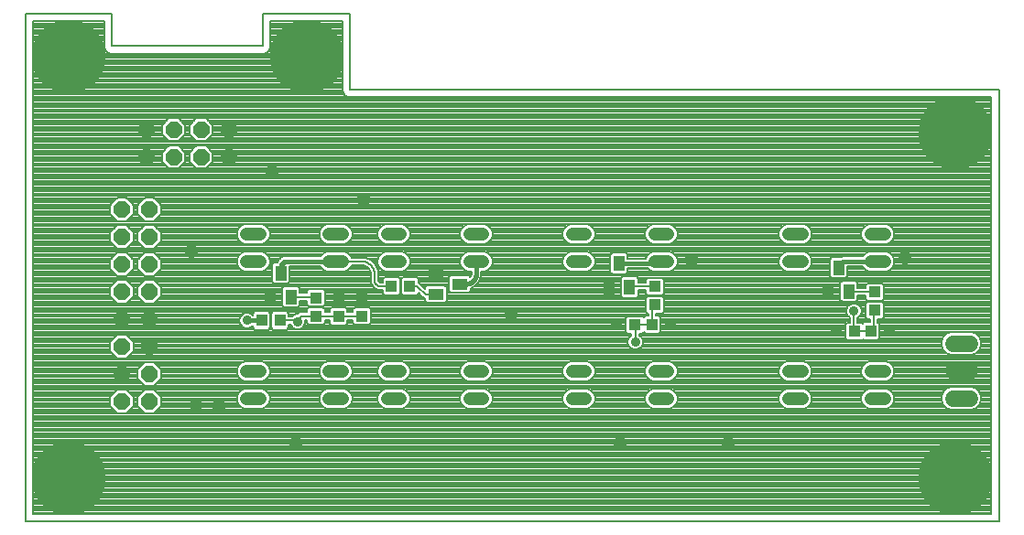
<source format=gbl>
G75*
%MOIN*%
%OFA0B0*%
%FSLAX25Y25*%
%IPPOS*%
%LPD*%
%AMOC8*
5,1,8,0,0,1.08239X$1,22.5*
%
%ADD10C,0.00591*%
%ADD11C,0.04800*%
%ADD12C,0.06000*%
%ADD13R,0.05512X0.03937*%
%ADD14R,0.03937X0.04331*%
%ADD15R,0.03937X0.05512*%
%ADD16R,0.04331X0.03937*%
%ADD17OC8,0.06000*%
%ADD18C,0.05118*%
%ADD19C,0.26772*%
%ADD20C,0.00787*%
%ADD21C,0.03543*%
%ADD22C,0.01575*%
D10*
X0001394Y0001394D02*
X0001394Y0186433D01*
X0032890Y0186433D01*
X0032890Y0174622D01*
X0088008Y0174622D01*
X0088008Y0186433D01*
X0119504Y0186433D01*
X0119504Y0158874D01*
X0355724Y0158874D01*
X0355724Y0001394D01*
X0001394Y0001394D01*
D11*
X0082025Y0046197D02*
X0086825Y0046197D01*
X0086825Y0056197D02*
X0082025Y0056197D01*
X0112025Y0056197D02*
X0116825Y0056197D01*
X0116825Y0046197D02*
X0112025Y0046197D01*
X0133206Y0046197D02*
X0138006Y0046197D01*
X0138006Y0056197D02*
X0133206Y0056197D01*
X0163206Y0056197D02*
X0168006Y0056197D01*
X0168006Y0046197D02*
X0163206Y0046197D01*
X0200529Y0046197D02*
X0205329Y0046197D01*
X0205329Y0056197D02*
X0200529Y0056197D01*
X0230529Y0056197D02*
X0235329Y0056197D01*
X0235329Y0046197D02*
X0230529Y0046197D01*
X0279269Y0046197D02*
X0284069Y0046197D01*
X0284069Y0056197D02*
X0279269Y0056197D01*
X0309269Y0056197D02*
X0314069Y0056197D01*
X0314069Y0046197D02*
X0309269Y0046197D01*
X0309269Y0096197D02*
X0314069Y0096197D01*
X0314069Y0106197D02*
X0309269Y0106197D01*
X0284069Y0106197D02*
X0279269Y0106197D01*
X0279269Y0096197D02*
X0284069Y0096197D01*
X0235329Y0096197D02*
X0230529Y0096197D01*
X0230529Y0106197D02*
X0235329Y0106197D01*
X0205329Y0106197D02*
X0200529Y0106197D01*
X0200529Y0096197D02*
X0205329Y0096197D01*
X0168006Y0096197D02*
X0163206Y0096197D01*
X0163206Y0106197D02*
X0168006Y0106197D01*
X0138006Y0106197D02*
X0133206Y0106197D01*
X0133206Y0096197D02*
X0138006Y0096197D01*
X0116825Y0096197D02*
X0112025Y0096197D01*
X0112025Y0106197D02*
X0116825Y0106197D01*
X0086825Y0106197D02*
X0082025Y0106197D01*
X0082025Y0096197D02*
X0086825Y0096197D01*
D12*
X0339063Y0066276D02*
X0345063Y0066276D01*
X0345063Y0056276D02*
X0339063Y0056276D01*
X0339063Y0046276D02*
X0345063Y0046276D01*
D13*
X0159512Y0087913D03*
X0150850Y0084173D03*
X0150850Y0091654D03*
D14*
X0141354Y0087220D03*
X0134661Y0087220D03*
X0115402Y0082937D03*
X0115402Y0076244D03*
X0094110Y0074622D03*
X0087417Y0074622D03*
X0229543Y0073047D03*
X0236236Y0073047D03*
X0309071Y0070685D03*
X0315764Y0070685D03*
D15*
X0301197Y0085252D03*
X0293717Y0085252D03*
X0297457Y0093913D03*
X0221276Y0086827D03*
X0213795Y0086827D03*
X0217535Y0095488D03*
X0098142Y0083260D03*
X0090661Y0083260D03*
X0094402Y0091921D03*
D16*
X0107189Y0082937D03*
X0107189Y0076244D03*
X0124008Y0076244D03*
X0124008Y0082937D03*
X0216551Y0073047D03*
X0223244Y0073047D03*
X0230528Y0080331D03*
X0230528Y0087024D03*
X0296472Y0070685D03*
X0303165Y0070685D03*
X0310449Y0078362D03*
X0310449Y0085055D03*
D17*
X0075449Y0134189D03*
X0065449Y0134189D03*
X0055449Y0134189D03*
X0045449Y0134189D03*
X0045449Y0144189D03*
X0055449Y0144189D03*
X0065449Y0144189D03*
X0075449Y0144189D03*
X0046551Y0115134D03*
X0036551Y0115134D03*
X0036551Y0105134D03*
X0046551Y0105134D03*
X0046551Y0095134D03*
X0036551Y0095134D03*
X0036551Y0085134D03*
X0046551Y0085134D03*
X0046551Y0075134D03*
X0036551Y0075134D03*
X0036551Y0065134D03*
X0046551Y0065134D03*
X0046551Y0055134D03*
X0036551Y0055134D03*
X0036551Y0045134D03*
X0046551Y0045134D03*
D18*
X0063598Y0043913D03*
X0071866Y0043520D03*
X0099819Y0029740D03*
X0178165Y0076984D03*
X0243913Y0096669D03*
X0321472Y0097457D03*
X0257299Y0029740D03*
X0217929Y0029740D03*
X0062024Y0099819D03*
X0091157Y0128953D03*
X0124622Y0118717D03*
D19*
X0103756Y0170685D03*
X0017142Y0170685D03*
X0017142Y0017142D03*
X0339976Y0017142D03*
X0339976Y0143126D03*
D20*
X0353035Y0142858D02*
X0069643Y0142858D01*
X0069643Y0142452D02*
X0067186Y0139995D01*
X0063712Y0139995D01*
X0061255Y0142452D01*
X0061255Y0145926D01*
X0063712Y0148383D01*
X0067186Y0148383D01*
X0069643Y0145926D01*
X0069643Y0142452D01*
X0069263Y0142072D02*
X0353035Y0142072D01*
X0353035Y0141286D02*
X0068477Y0141286D01*
X0067691Y0140500D02*
X0353035Y0140500D01*
X0353035Y0139714D02*
X0004083Y0139714D01*
X0004083Y0138928D02*
X0353035Y0138928D01*
X0353035Y0138143D02*
X0067426Y0138143D01*
X0067186Y0138383D02*
X0063712Y0138383D01*
X0061255Y0135926D01*
X0061255Y0132452D01*
X0063712Y0129995D01*
X0067186Y0129995D01*
X0069643Y0132452D01*
X0069643Y0135926D01*
X0067186Y0138383D01*
X0068212Y0137357D02*
X0353035Y0137357D01*
X0353035Y0136571D02*
X0068998Y0136571D01*
X0069643Y0135785D02*
X0353035Y0135785D01*
X0353035Y0134999D02*
X0069643Y0134999D01*
X0069643Y0134213D02*
X0353035Y0134213D01*
X0353035Y0133427D02*
X0069643Y0133427D01*
X0069643Y0132641D02*
X0353035Y0132641D01*
X0353035Y0131855D02*
X0069046Y0131855D01*
X0068260Y0131069D02*
X0353035Y0131069D01*
X0353035Y0130283D02*
X0067474Y0130283D01*
X0063424Y0130283D02*
X0057474Y0130283D01*
X0057186Y0129995D02*
X0059643Y0132452D01*
X0059643Y0135926D01*
X0057186Y0138383D01*
X0053712Y0138383D01*
X0051255Y0135926D01*
X0051255Y0132452D01*
X0053712Y0129995D01*
X0057186Y0129995D01*
X0058260Y0131069D02*
X0062638Y0131069D01*
X0061852Y0131855D02*
X0059046Y0131855D01*
X0059643Y0132641D02*
X0061255Y0132641D01*
X0061255Y0133427D02*
X0059643Y0133427D01*
X0059643Y0134213D02*
X0061255Y0134213D01*
X0061255Y0134999D02*
X0059643Y0134999D01*
X0059643Y0135785D02*
X0061255Y0135785D01*
X0061900Y0136571D02*
X0058998Y0136571D01*
X0058212Y0137357D02*
X0062686Y0137357D01*
X0063472Y0138143D02*
X0057426Y0138143D01*
X0057186Y0139995D02*
X0053712Y0139995D01*
X0051255Y0142452D01*
X0051255Y0145926D01*
X0053712Y0148383D01*
X0057186Y0148383D01*
X0059643Y0145926D01*
X0059643Y0142452D01*
X0057186Y0139995D01*
X0057691Y0140500D02*
X0063207Y0140500D01*
X0062421Y0141286D02*
X0058477Y0141286D01*
X0059263Y0142072D02*
X0061635Y0142072D01*
X0061255Y0142858D02*
X0059643Y0142858D01*
X0059643Y0143644D02*
X0061255Y0143644D01*
X0061255Y0144430D02*
X0059643Y0144430D01*
X0059643Y0145216D02*
X0061255Y0145216D01*
X0061331Y0146002D02*
X0059567Y0146002D01*
X0058781Y0146788D02*
X0062117Y0146788D01*
X0062903Y0147573D02*
X0057995Y0147573D01*
X0057209Y0148359D02*
X0063688Y0148359D01*
X0067209Y0148359D02*
X0353035Y0148359D01*
X0353035Y0147573D02*
X0067995Y0147573D01*
X0068781Y0146788D02*
X0353035Y0146788D01*
X0353035Y0146002D02*
X0069567Y0146002D01*
X0069643Y0145216D02*
X0353035Y0145216D01*
X0353035Y0144430D02*
X0069643Y0144430D01*
X0069643Y0143644D02*
X0353035Y0143644D01*
X0353035Y0149145D02*
X0004083Y0149145D01*
X0004083Y0148359D02*
X0053688Y0148359D01*
X0052903Y0147573D02*
X0004083Y0147573D01*
X0004083Y0146788D02*
X0052117Y0146788D01*
X0051331Y0146002D02*
X0004083Y0146002D01*
X0004083Y0145216D02*
X0051255Y0145216D01*
X0051255Y0144430D02*
X0004083Y0144430D01*
X0004083Y0143644D02*
X0051255Y0143644D01*
X0051255Y0142858D02*
X0004083Y0142858D01*
X0004083Y0142072D02*
X0051635Y0142072D01*
X0052421Y0141286D02*
X0004083Y0141286D01*
X0004083Y0140500D02*
X0053207Y0140500D01*
X0053472Y0138143D02*
X0004083Y0138143D01*
X0004083Y0137357D02*
X0052686Y0137357D01*
X0051900Y0136571D02*
X0004083Y0136571D01*
X0004083Y0135785D02*
X0051255Y0135785D01*
X0051255Y0134999D02*
X0004083Y0134999D01*
X0004083Y0134213D02*
X0051255Y0134213D01*
X0051255Y0133427D02*
X0004083Y0133427D01*
X0004083Y0132641D02*
X0051255Y0132641D01*
X0051852Y0131855D02*
X0004083Y0131855D01*
X0004083Y0131069D02*
X0052638Y0131069D01*
X0053424Y0130283D02*
X0004083Y0130283D01*
X0004083Y0129498D02*
X0353035Y0129498D01*
X0353035Y0128712D02*
X0004083Y0128712D01*
X0004083Y0127926D02*
X0353035Y0127926D01*
X0353035Y0127140D02*
X0004083Y0127140D01*
X0004083Y0126354D02*
X0353035Y0126354D01*
X0353035Y0125568D02*
X0004083Y0125568D01*
X0004083Y0124782D02*
X0353035Y0124782D01*
X0353035Y0123996D02*
X0004083Y0123996D01*
X0004083Y0123210D02*
X0353035Y0123210D01*
X0353035Y0122424D02*
X0004083Y0122424D01*
X0004083Y0121638D02*
X0353035Y0121638D01*
X0353035Y0120852D02*
X0004083Y0120852D01*
X0004083Y0120067D02*
X0353035Y0120067D01*
X0353035Y0119281D02*
X0048335Y0119281D01*
X0048288Y0119328D02*
X0044814Y0119328D01*
X0042357Y0116871D01*
X0042357Y0113397D01*
X0044814Y0110940D01*
X0048288Y0110940D01*
X0050745Y0113397D01*
X0050745Y0116871D01*
X0048288Y0119328D01*
X0049121Y0118495D02*
X0353035Y0118495D01*
X0353035Y0117709D02*
X0049907Y0117709D01*
X0050693Y0116923D02*
X0353035Y0116923D01*
X0353035Y0116137D02*
X0050745Y0116137D01*
X0050745Y0115351D02*
X0353035Y0115351D01*
X0353035Y0114565D02*
X0050745Y0114565D01*
X0050745Y0113779D02*
X0353035Y0113779D01*
X0353035Y0112993D02*
X0050341Y0112993D01*
X0049556Y0112207D02*
X0353035Y0112207D01*
X0353035Y0111422D02*
X0048770Y0111422D01*
X0048288Y0109328D02*
X0044814Y0109328D01*
X0042357Y0106871D01*
X0042357Y0103397D01*
X0044814Y0100940D01*
X0048288Y0100940D01*
X0050745Y0103397D01*
X0050745Y0106871D01*
X0048288Y0109328D01*
X0048552Y0109064D02*
X0079810Y0109064D01*
X0079990Y0109243D02*
X0078979Y0108233D01*
X0078431Y0106912D01*
X0078431Y0105482D01*
X0078979Y0104161D01*
X0079990Y0103150D01*
X0081310Y0102603D01*
X0087540Y0102603D01*
X0088861Y0103150D01*
X0089872Y0104161D01*
X0090419Y0105482D01*
X0090419Y0106912D01*
X0089872Y0108233D01*
X0088861Y0109243D01*
X0087540Y0109791D01*
X0081310Y0109791D01*
X0079990Y0109243D01*
X0079024Y0108278D02*
X0049338Y0108278D01*
X0050124Y0107492D02*
X0078672Y0107492D01*
X0078431Y0106706D02*
X0050745Y0106706D01*
X0050745Y0105920D02*
X0078431Y0105920D01*
X0078576Y0105134D02*
X0050745Y0105134D01*
X0050745Y0104348D02*
X0078901Y0104348D01*
X0079577Y0103562D02*
X0050745Y0103562D01*
X0050125Y0102776D02*
X0080892Y0102776D01*
X0081310Y0099791D02*
X0079990Y0099243D01*
X0078979Y0098233D01*
X0078431Y0096912D01*
X0078431Y0095482D01*
X0078979Y0094161D01*
X0079990Y0093150D01*
X0081310Y0092603D01*
X0087540Y0092603D01*
X0088861Y0093150D01*
X0089872Y0094161D01*
X0090419Y0095482D01*
X0090419Y0096912D01*
X0089872Y0098233D01*
X0088861Y0099243D01*
X0087540Y0099791D01*
X0081310Y0099791D01*
X0080930Y0099633D02*
X0004083Y0099633D01*
X0004083Y0100419D02*
X0353035Y0100419D01*
X0353035Y0101205D02*
X0048553Y0101205D01*
X0049339Y0101991D02*
X0353035Y0101991D01*
X0353035Y0102776D02*
X0315203Y0102776D01*
X0314784Y0102603D02*
X0316105Y0103150D01*
X0317116Y0104161D01*
X0317663Y0105482D01*
X0317663Y0106912D01*
X0317116Y0108233D01*
X0316105Y0109243D01*
X0314784Y0109791D01*
X0308554Y0109791D01*
X0307234Y0109243D01*
X0306223Y0108233D01*
X0305676Y0106912D01*
X0305676Y0105482D01*
X0306223Y0104161D01*
X0307234Y0103150D01*
X0308554Y0102603D01*
X0314784Y0102603D01*
X0316517Y0103562D02*
X0353035Y0103562D01*
X0353035Y0104348D02*
X0317193Y0104348D01*
X0317519Y0105134D02*
X0353035Y0105134D01*
X0353035Y0105920D02*
X0317663Y0105920D01*
X0317663Y0106706D02*
X0353035Y0106706D01*
X0353035Y0107492D02*
X0317423Y0107492D01*
X0317071Y0108278D02*
X0353035Y0108278D01*
X0353035Y0109064D02*
X0316285Y0109064D01*
X0307054Y0109064D02*
X0286285Y0109064D01*
X0286105Y0109243D02*
X0284784Y0109791D01*
X0278554Y0109791D01*
X0277234Y0109243D01*
X0276223Y0108233D01*
X0275676Y0106912D01*
X0275676Y0105482D01*
X0276223Y0104161D01*
X0277234Y0103150D01*
X0278554Y0102603D01*
X0284784Y0102603D01*
X0286105Y0103150D01*
X0287116Y0104161D01*
X0287663Y0105482D01*
X0287663Y0106912D01*
X0287116Y0108233D01*
X0286105Y0109243D01*
X0287071Y0108278D02*
X0306268Y0108278D01*
X0305916Y0107492D02*
X0287423Y0107492D01*
X0287663Y0106706D02*
X0305676Y0106706D01*
X0305676Y0105920D02*
X0287663Y0105920D01*
X0287519Y0105134D02*
X0305820Y0105134D01*
X0306145Y0104348D02*
X0287193Y0104348D01*
X0286517Y0103562D02*
X0306821Y0103562D01*
X0308136Y0102776D02*
X0285203Y0102776D01*
X0284784Y0099791D02*
X0278554Y0099791D01*
X0277234Y0099243D01*
X0276223Y0098233D01*
X0275676Y0096912D01*
X0275676Y0095482D01*
X0276223Y0094161D01*
X0277234Y0093150D01*
X0278554Y0092603D01*
X0284784Y0092603D01*
X0286105Y0093150D01*
X0287116Y0094161D01*
X0287663Y0095482D01*
X0287663Y0096912D01*
X0287116Y0098233D01*
X0286105Y0099243D01*
X0284784Y0099791D01*
X0285165Y0099633D02*
X0308174Y0099633D01*
X0308554Y0099791D02*
X0307234Y0099243D01*
X0306223Y0098233D01*
X0306117Y0097978D01*
X0298651Y0097978D01*
X0298452Y0097863D01*
X0294994Y0097863D01*
X0294294Y0097164D01*
X0294294Y0090663D01*
X0294994Y0089964D01*
X0299920Y0089964D01*
X0300619Y0090663D01*
X0300619Y0094416D01*
X0306117Y0094416D01*
X0306223Y0094161D01*
X0307234Y0093150D01*
X0308554Y0092603D01*
X0314784Y0092603D01*
X0316105Y0093150D01*
X0317116Y0094161D01*
X0317663Y0095482D01*
X0317663Y0096912D01*
X0317116Y0098233D01*
X0316105Y0099243D01*
X0314784Y0099791D01*
X0308554Y0099791D01*
X0306837Y0098847D02*
X0286501Y0098847D01*
X0287187Y0098061D02*
X0306152Y0098061D01*
X0306252Y0094131D02*
X0300619Y0094131D01*
X0300619Y0093346D02*
X0307038Y0093346D01*
X0300619Y0092560D02*
X0353035Y0092560D01*
X0353035Y0093346D02*
X0316300Y0093346D01*
X0317086Y0094131D02*
X0353035Y0094131D01*
X0353035Y0094917D02*
X0317429Y0094917D01*
X0317663Y0095703D02*
X0353035Y0095703D01*
X0353035Y0096489D02*
X0317663Y0096489D01*
X0317512Y0097275D02*
X0353035Y0097275D01*
X0353035Y0098061D02*
X0317187Y0098061D01*
X0316501Y0098847D02*
X0353035Y0098847D01*
X0353035Y0099633D02*
X0315165Y0099633D01*
X0300619Y0091774D02*
X0353035Y0091774D01*
X0353035Y0090988D02*
X0300619Y0090988D01*
X0300158Y0090202D02*
X0353035Y0090202D01*
X0353035Y0089416D02*
X0233887Y0089416D01*
X0233887Y0089487D02*
X0233187Y0090186D01*
X0227868Y0090186D01*
X0227169Y0089487D01*
X0227169Y0088411D01*
X0224438Y0088411D01*
X0224438Y0090077D01*
X0223739Y0090776D01*
X0218813Y0090776D01*
X0218113Y0090077D01*
X0218113Y0083576D01*
X0218813Y0082877D01*
X0223739Y0082877D01*
X0224438Y0083576D01*
X0224438Y0085636D01*
X0227169Y0085636D01*
X0227169Y0084561D01*
X0227868Y0083861D01*
X0233187Y0083861D01*
X0233887Y0084561D01*
X0233887Y0089487D01*
X0233887Y0088630D02*
X0298162Y0088630D01*
X0298035Y0088502D02*
X0298035Y0082002D01*
X0298734Y0081302D01*
X0303660Y0081302D01*
X0304359Y0082002D01*
X0304359Y0083668D01*
X0307090Y0083668D01*
X0307090Y0082592D01*
X0307789Y0081893D01*
X0313109Y0081893D01*
X0313808Y0082592D01*
X0313808Y0087518D01*
X0313109Y0088217D01*
X0307789Y0088217D01*
X0307090Y0087518D01*
X0307090Y0086443D01*
X0304359Y0086443D01*
X0304359Y0088502D01*
X0303660Y0089202D01*
X0298734Y0089202D01*
X0298035Y0088502D01*
X0298035Y0087844D02*
X0233887Y0087844D01*
X0233887Y0087058D02*
X0298035Y0087058D01*
X0298035Y0086272D02*
X0233887Y0086272D01*
X0233887Y0085486D02*
X0298035Y0085486D01*
X0298035Y0084700D02*
X0233887Y0084700D01*
X0233240Y0083915D02*
X0298035Y0083915D01*
X0298035Y0083129D02*
X0233552Y0083129D01*
X0233887Y0082794D02*
X0233187Y0083493D01*
X0227868Y0083493D01*
X0227169Y0082794D01*
X0227169Y0077868D01*
X0227868Y0077169D01*
X0228156Y0077169D01*
X0228156Y0076406D01*
X0227080Y0076406D01*
X0226394Y0075720D01*
X0225904Y0076209D01*
X0220584Y0076209D01*
X0219885Y0075510D01*
X0219885Y0070584D01*
X0220584Y0069885D01*
X0222054Y0069885D01*
X0222054Y0069167D01*
X0221874Y0069092D01*
X0221097Y0068314D01*
X0220676Y0067298D01*
X0220676Y0066198D01*
X0221097Y0065182D01*
X0221874Y0064404D01*
X0222891Y0063983D01*
X0223991Y0063983D01*
X0225007Y0064404D01*
X0225785Y0065182D01*
X0226206Y0066198D01*
X0226206Y0067298D01*
X0225785Y0068314D01*
X0225007Y0069092D01*
X0224828Y0069167D01*
X0224828Y0069885D01*
X0225904Y0069885D01*
X0226394Y0070375D01*
X0227080Y0069688D01*
X0232006Y0069688D01*
X0232705Y0070387D01*
X0232705Y0075707D01*
X0232006Y0076406D01*
X0230931Y0076406D01*
X0230931Y0077169D01*
X0233187Y0077169D01*
X0233887Y0077868D01*
X0233887Y0082794D01*
X0233887Y0082343D02*
X0298035Y0082343D01*
X0298479Y0081557D02*
X0233887Y0081557D01*
X0233887Y0080771D02*
X0302033Y0080771D01*
X0302418Y0080931D02*
X0301402Y0080510D01*
X0300624Y0079732D01*
X0300203Y0078715D01*
X0300203Y0077615D01*
X0300624Y0076599D01*
X0301402Y0075821D01*
X0301581Y0075747D01*
X0301581Y0073847D01*
X0300506Y0073847D01*
X0299806Y0073148D01*
X0299806Y0068222D01*
X0300506Y0067523D01*
X0305825Y0067523D01*
X0306118Y0067816D01*
X0306608Y0067326D01*
X0311534Y0067326D01*
X0312233Y0068025D01*
X0312233Y0073345D01*
X0311639Y0073939D01*
X0311639Y0075200D01*
X0313109Y0075200D01*
X0313808Y0075899D01*
X0313808Y0080825D01*
X0313109Y0081524D01*
X0307789Y0081524D01*
X0307090Y0080825D01*
X0307090Y0075899D01*
X0307789Y0075200D01*
X0308865Y0075200D01*
X0308865Y0074044D01*
X0306608Y0074044D01*
X0306118Y0073554D01*
X0305825Y0073847D01*
X0304356Y0073847D01*
X0304356Y0075747D01*
X0304535Y0075821D01*
X0305313Y0076599D01*
X0305734Y0077615D01*
X0305734Y0078715D01*
X0305313Y0079732D01*
X0304535Y0080510D01*
X0303519Y0080931D01*
X0302418Y0080931D01*
X0303904Y0080771D02*
X0307090Y0080771D01*
X0307090Y0079985D02*
X0305060Y0079985D01*
X0305534Y0079199D02*
X0307090Y0079199D01*
X0307090Y0078413D02*
X0305734Y0078413D01*
X0305734Y0077627D02*
X0307090Y0077627D01*
X0307090Y0076841D02*
X0305413Y0076841D01*
X0304769Y0076055D02*
X0307090Y0076055D01*
X0307720Y0075270D02*
X0304356Y0075270D01*
X0304356Y0074484D02*
X0308865Y0074484D01*
X0310252Y0071866D02*
X0310250Y0071800D01*
X0310245Y0071734D01*
X0310235Y0071668D01*
X0310222Y0071603D01*
X0310206Y0071539D01*
X0310186Y0071476D01*
X0310162Y0071414D01*
X0310135Y0071354D01*
X0310105Y0071295D01*
X0310071Y0071238D01*
X0310034Y0071183D01*
X0309994Y0071130D01*
X0309952Y0071079D01*
X0309906Y0071031D01*
X0309858Y0070985D01*
X0309807Y0070943D01*
X0309754Y0070903D01*
X0309699Y0070866D01*
X0309642Y0070832D01*
X0309583Y0070802D01*
X0309523Y0070775D01*
X0309461Y0070751D01*
X0309398Y0070731D01*
X0309334Y0070715D01*
X0309269Y0070702D01*
X0309203Y0070692D01*
X0309137Y0070687D01*
X0309071Y0070685D01*
X0303165Y0070685D01*
X0303139Y0070683D01*
X0303114Y0070678D01*
X0303090Y0070670D01*
X0303067Y0070659D01*
X0303045Y0070644D01*
X0303026Y0070627D01*
X0303009Y0070608D01*
X0302994Y0070587D01*
X0302983Y0070563D01*
X0302975Y0070539D01*
X0302970Y0070514D01*
X0302968Y0070488D01*
X0302969Y0070488D02*
X0302969Y0078165D01*
X0300403Y0079199D02*
X0233887Y0079199D01*
X0233887Y0078413D02*
X0300203Y0078413D01*
X0300203Y0077627D02*
X0233646Y0077627D01*
X0232357Y0076055D02*
X0301168Y0076055D01*
X0301581Y0075270D02*
X0232705Y0075270D01*
X0232705Y0074484D02*
X0301581Y0074484D01*
X0300356Y0073698D02*
X0232705Y0073698D01*
X0232705Y0072912D02*
X0299806Y0072912D01*
X0299806Y0072126D02*
X0232705Y0072126D01*
X0232705Y0071340D02*
X0299806Y0071340D01*
X0299806Y0070554D02*
X0232705Y0070554D01*
X0232086Y0069768D02*
X0299806Y0069768D01*
X0299806Y0068982D02*
X0225118Y0068982D01*
X0224828Y0069768D02*
X0227000Y0069768D01*
X0225834Y0068196D02*
X0299832Y0068196D01*
X0306524Y0067410D02*
X0226160Y0067410D01*
X0226206Y0066624D02*
X0334869Y0066624D01*
X0334869Y0067110D02*
X0334869Y0065441D01*
X0335508Y0063900D01*
X0336687Y0062720D01*
X0338229Y0062082D01*
X0345897Y0062082D01*
X0347439Y0062720D01*
X0348618Y0063900D01*
X0349257Y0065441D01*
X0349257Y0067110D01*
X0348618Y0068651D01*
X0347439Y0069831D01*
X0345897Y0070469D01*
X0338229Y0070469D01*
X0336687Y0069831D01*
X0335508Y0068651D01*
X0334869Y0067110D01*
X0334994Y0067410D02*
X0311618Y0067410D01*
X0312233Y0068196D02*
X0335319Y0068196D01*
X0335839Y0068982D02*
X0312233Y0068982D01*
X0312233Y0069768D02*
X0336625Y0069768D01*
X0334869Y0065839D02*
X0226057Y0065839D01*
X0225656Y0065053D02*
X0335030Y0065053D01*
X0335356Y0064267D02*
X0224677Y0064267D01*
X0222205Y0064267D02*
X0040745Y0064267D01*
X0040745Y0065053D02*
X0221226Y0065053D01*
X0220824Y0065839D02*
X0040745Y0065839D01*
X0040745Y0066624D02*
X0220676Y0066624D01*
X0220722Y0067410D02*
X0040205Y0067410D01*
X0040745Y0066871D02*
X0038288Y0069328D01*
X0034814Y0069328D01*
X0032357Y0066871D01*
X0032357Y0063397D01*
X0034814Y0060940D01*
X0038288Y0060940D01*
X0040745Y0063397D01*
X0040745Y0066871D01*
X0039420Y0068196D02*
X0221048Y0068196D01*
X0221764Y0068982D02*
X0038634Y0068982D01*
X0034469Y0068982D02*
X0004083Y0068982D01*
X0004083Y0068196D02*
X0033683Y0068196D01*
X0032897Y0067410D02*
X0004083Y0067410D01*
X0004083Y0066624D02*
X0032357Y0066624D01*
X0032357Y0065839D02*
X0004083Y0065839D01*
X0004083Y0065053D02*
X0032357Y0065053D01*
X0032357Y0064267D02*
X0004083Y0064267D01*
X0004083Y0063481D02*
X0032357Y0063481D01*
X0033059Y0062695D02*
X0004083Y0062695D01*
X0004083Y0061909D02*
X0033845Y0061909D01*
X0034631Y0061123D02*
X0004083Y0061123D01*
X0004083Y0060337D02*
X0353035Y0060337D01*
X0353035Y0059551D02*
X0315362Y0059551D01*
X0314784Y0059791D02*
X0308554Y0059791D01*
X0307234Y0059243D01*
X0306223Y0058233D01*
X0305676Y0056912D01*
X0305676Y0055482D01*
X0306223Y0054161D01*
X0307234Y0053150D01*
X0308554Y0052603D01*
X0314784Y0052603D01*
X0316105Y0053150D01*
X0317116Y0054161D01*
X0317663Y0055482D01*
X0317663Y0056912D01*
X0317116Y0058233D01*
X0316105Y0059243D01*
X0314784Y0059791D01*
X0316583Y0058765D02*
X0353035Y0058765D01*
X0353035Y0057979D02*
X0317221Y0057979D01*
X0317546Y0057194D02*
X0353035Y0057194D01*
X0353035Y0056408D02*
X0317663Y0056408D01*
X0317663Y0055622D02*
X0353035Y0055622D01*
X0353035Y0054836D02*
X0317395Y0054836D01*
X0317005Y0054050D02*
X0353035Y0054050D01*
X0353035Y0053264D02*
X0316219Y0053264D01*
X0314784Y0049791D02*
X0308554Y0049791D01*
X0307234Y0049243D01*
X0306223Y0048233D01*
X0305676Y0046912D01*
X0305676Y0045482D01*
X0306223Y0044161D01*
X0307234Y0043150D01*
X0308554Y0042603D01*
X0314784Y0042603D01*
X0316105Y0043150D01*
X0317116Y0044161D01*
X0317663Y0045482D01*
X0317663Y0046912D01*
X0317116Y0048233D01*
X0316105Y0049243D01*
X0314784Y0049791D01*
X0315885Y0049334D02*
X0336191Y0049334D01*
X0336687Y0049831D02*
X0335508Y0048651D01*
X0334869Y0047110D01*
X0334869Y0045441D01*
X0335508Y0043900D01*
X0336687Y0042720D01*
X0338229Y0042082D01*
X0345897Y0042082D01*
X0347439Y0042720D01*
X0348618Y0043900D01*
X0349257Y0045441D01*
X0349257Y0047110D01*
X0348618Y0048651D01*
X0347439Y0049831D01*
X0345897Y0050469D01*
X0338229Y0050469D01*
X0336687Y0049831D01*
X0337386Y0050120D02*
X0004083Y0050120D01*
X0004083Y0049334D02*
X0080209Y0049334D01*
X0079990Y0049243D02*
X0078979Y0048233D01*
X0078431Y0046912D01*
X0078431Y0045482D01*
X0078979Y0044161D01*
X0079990Y0043150D01*
X0081310Y0042603D01*
X0087540Y0042603D01*
X0088861Y0043150D01*
X0089872Y0044161D01*
X0090419Y0045482D01*
X0090419Y0046912D01*
X0089872Y0048233D01*
X0088861Y0049243D01*
X0087540Y0049791D01*
X0081310Y0049791D01*
X0079990Y0049243D01*
X0079295Y0048548D02*
X0049067Y0048548D01*
X0048288Y0049328D02*
X0044814Y0049328D01*
X0042357Y0046871D01*
X0042357Y0043397D01*
X0044814Y0040940D01*
X0048288Y0040940D01*
X0050745Y0043397D01*
X0050745Y0046871D01*
X0048288Y0049328D01*
X0048288Y0050940D02*
X0044814Y0050940D01*
X0042357Y0053397D01*
X0042357Y0056871D01*
X0044814Y0059328D01*
X0048288Y0059328D01*
X0050745Y0056871D01*
X0050745Y0053397D01*
X0048288Y0050940D01*
X0049040Y0051692D02*
X0353035Y0051692D01*
X0353035Y0050906D02*
X0004083Y0050906D01*
X0004083Y0051692D02*
X0044062Y0051692D01*
X0043276Y0052478D02*
X0004083Y0052478D01*
X0004083Y0053264D02*
X0042490Y0053264D01*
X0042357Y0054050D02*
X0004083Y0054050D01*
X0004083Y0054836D02*
X0042357Y0054836D01*
X0042357Y0055622D02*
X0004083Y0055622D01*
X0004083Y0056408D02*
X0042357Y0056408D01*
X0042680Y0057194D02*
X0004083Y0057194D01*
X0004083Y0057979D02*
X0043466Y0057979D01*
X0044252Y0058765D02*
X0004083Y0058765D01*
X0004083Y0059551D02*
X0080733Y0059551D01*
X0081310Y0059791D02*
X0079990Y0059243D01*
X0078979Y0058233D01*
X0078431Y0056912D01*
X0078431Y0055482D01*
X0078979Y0054161D01*
X0079990Y0053150D01*
X0081310Y0052603D01*
X0087540Y0052603D01*
X0088861Y0053150D01*
X0089872Y0054161D01*
X0090419Y0055482D01*
X0090419Y0056912D01*
X0089872Y0058233D01*
X0088861Y0059243D01*
X0087540Y0059791D01*
X0081310Y0059791D01*
X0079511Y0058765D02*
X0048850Y0058765D01*
X0049636Y0057979D02*
X0078874Y0057979D01*
X0078548Y0057194D02*
X0050422Y0057194D01*
X0050745Y0056408D02*
X0078431Y0056408D01*
X0078431Y0055622D02*
X0050745Y0055622D01*
X0050745Y0054836D02*
X0078699Y0054836D01*
X0079090Y0054050D02*
X0050745Y0054050D01*
X0050612Y0053264D02*
X0079876Y0053264D01*
X0088975Y0053264D02*
X0109876Y0053264D01*
X0109990Y0053150D02*
X0111310Y0052603D01*
X0117540Y0052603D01*
X0118861Y0053150D01*
X0119872Y0054161D01*
X0120419Y0055482D01*
X0120419Y0056912D01*
X0119872Y0058233D01*
X0118861Y0059243D01*
X0117540Y0059791D01*
X0111310Y0059791D01*
X0109990Y0059243D01*
X0108979Y0058233D01*
X0108431Y0056912D01*
X0108431Y0055482D01*
X0108979Y0054161D01*
X0109990Y0053150D01*
X0109090Y0054050D02*
X0089760Y0054050D01*
X0090151Y0054836D02*
X0108699Y0054836D01*
X0108431Y0055622D02*
X0090419Y0055622D01*
X0090419Y0056408D02*
X0108431Y0056408D01*
X0108548Y0057194D02*
X0090302Y0057194D01*
X0089977Y0057979D02*
X0108874Y0057979D01*
X0109511Y0058765D02*
X0089339Y0058765D01*
X0088118Y0059551D02*
X0110733Y0059551D01*
X0118118Y0059551D02*
X0131914Y0059551D01*
X0132491Y0059791D02*
X0131171Y0059243D01*
X0130160Y0058233D01*
X0129613Y0056912D01*
X0129613Y0055482D01*
X0130160Y0054161D01*
X0131171Y0053150D01*
X0132491Y0052603D01*
X0138721Y0052603D01*
X0140042Y0053150D01*
X0141053Y0054161D01*
X0141600Y0055482D01*
X0141600Y0056912D01*
X0141053Y0058233D01*
X0140042Y0059243D01*
X0138721Y0059791D01*
X0132491Y0059791D01*
X0130693Y0058765D02*
X0119339Y0058765D01*
X0119977Y0057979D02*
X0130055Y0057979D01*
X0129729Y0057194D02*
X0120302Y0057194D01*
X0120419Y0056408D02*
X0129613Y0056408D01*
X0129613Y0055622D02*
X0120419Y0055622D01*
X0120151Y0054836D02*
X0129880Y0054836D01*
X0130271Y0054050D02*
X0119760Y0054050D01*
X0118975Y0053264D02*
X0131057Y0053264D01*
X0132491Y0049791D02*
X0131171Y0049243D01*
X0130160Y0048233D01*
X0129613Y0046912D01*
X0129613Y0045482D01*
X0130160Y0044161D01*
X0131171Y0043150D01*
X0132491Y0042603D01*
X0138721Y0042603D01*
X0140042Y0043150D01*
X0141053Y0044161D01*
X0141600Y0045482D01*
X0141600Y0046912D01*
X0141053Y0048233D01*
X0140042Y0049243D01*
X0138721Y0049791D01*
X0132491Y0049791D01*
X0131390Y0049334D02*
X0118641Y0049334D01*
X0118861Y0049243D02*
X0117540Y0049791D01*
X0111310Y0049791D01*
X0109990Y0049243D01*
X0108979Y0048233D01*
X0108431Y0046912D01*
X0108431Y0045482D01*
X0108979Y0044161D01*
X0109990Y0043150D01*
X0111310Y0042603D01*
X0117540Y0042603D01*
X0118861Y0043150D01*
X0119872Y0044161D01*
X0120419Y0045482D01*
X0120419Y0046912D01*
X0119872Y0048233D01*
X0118861Y0049243D01*
X0119556Y0048548D02*
X0130476Y0048548D01*
X0129965Y0047763D02*
X0120066Y0047763D01*
X0120392Y0046977D02*
X0129640Y0046977D01*
X0129613Y0046191D02*
X0120419Y0046191D01*
X0120387Y0045405D02*
X0129645Y0045405D01*
X0129970Y0044619D02*
X0120061Y0044619D01*
X0119544Y0043833D02*
X0130488Y0043833D01*
X0131420Y0043047D02*
X0118612Y0043047D01*
X0110239Y0043047D02*
X0088612Y0043047D01*
X0089544Y0043833D02*
X0109307Y0043833D01*
X0108789Y0044619D02*
X0090061Y0044619D01*
X0090387Y0045405D02*
X0108463Y0045405D01*
X0108431Y0046191D02*
X0090419Y0046191D01*
X0090392Y0046977D02*
X0108458Y0046977D01*
X0108784Y0047763D02*
X0090066Y0047763D01*
X0089556Y0048548D02*
X0109295Y0048548D01*
X0110209Y0049334D02*
X0088641Y0049334D01*
X0078784Y0047763D02*
X0049853Y0047763D01*
X0050639Y0046977D02*
X0078458Y0046977D01*
X0078431Y0046191D02*
X0050745Y0046191D01*
X0050745Y0045405D02*
X0078463Y0045405D01*
X0078789Y0044619D02*
X0050745Y0044619D01*
X0050745Y0043833D02*
X0079307Y0043833D01*
X0080239Y0043047D02*
X0050395Y0043047D01*
X0049609Y0042261D02*
X0337796Y0042261D01*
X0336361Y0043047D02*
X0315856Y0043047D01*
X0316788Y0043833D02*
X0335575Y0043833D01*
X0335210Y0044619D02*
X0317305Y0044619D01*
X0317631Y0045405D02*
X0334884Y0045405D01*
X0334869Y0046191D02*
X0317663Y0046191D01*
X0317636Y0046977D02*
X0334869Y0046977D01*
X0335140Y0047763D02*
X0317311Y0047763D01*
X0316800Y0048548D02*
X0335465Y0048548D01*
X0346330Y0042261D02*
X0353035Y0042261D01*
X0353035Y0041475D02*
X0048823Y0041475D01*
X0044279Y0041475D02*
X0038823Y0041475D01*
X0038288Y0040940D02*
X0034814Y0040940D01*
X0032357Y0043397D01*
X0032357Y0046871D01*
X0034814Y0049328D01*
X0038288Y0049328D01*
X0040745Y0046871D01*
X0040745Y0043397D01*
X0038288Y0040940D01*
X0039609Y0042261D02*
X0043493Y0042261D01*
X0042707Y0043047D02*
X0040395Y0043047D01*
X0040745Y0043833D02*
X0042357Y0043833D01*
X0042357Y0044619D02*
X0040745Y0044619D01*
X0040745Y0045405D02*
X0042357Y0045405D01*
X0042357Y0046191D02*
X0040745Y0046191D01*
X0040639Y0046977D02*
X0042463Y0046977D01*
X0043249Y0047763D02*
X0039853Y0047763D01*
X0039067Y0048548D02*
X0044035Y0048548D01*
X0049826Y0052478D02*
X0353035Y0052478D01*
X0353035Y0050120D02*
X0346740Y0050120D01*
X0347935Y0049334D02*
X0353035Y0049334D01*
X0353035Y0048548D02*
X0348661Y0048548D01*
X0348986Y0047763D02*
X0353035Y0047763D01*
X0353035Y0046977D02*
X0349257Y0046977D01*
X0349257Y0046191D02*
X0353035Y0046191D01*
X0353035Y0045405D02*
X0349242Y0045405D01*
X0348916Y0044619D02*
X0353035Y0044619D01*
X0353035Y0043833D02*
X0348551Y0043833D01*
X0347765Y0043047D02*
X0353035Y0043047D01*
X0353035Y0040689D02*
X0004083Y0040689D01*
X0004083Y0039903D02*
X0353035Y0039903D01*
X0353035Y0039118D02*
X0004083Y0039118D01*
X0004083Y0038332D02*
X0353035Y0038332D01*
X0353035Y0037546D02*
X0004083Y0037546D01*
X0004083Y0036760D02*
X0353035Y0036760D01*
X0353035Y0035974D02*
X0004083Y0035974D01*
X0004083Y0035188D02*
X0353035Y0035188D01*
X0353035Y0034402D02*
X0004083Y0034402D01*
X0004083Y0033616D02*
X0353035Y0033616D01*
X0353035Y0032830D02*
X0004083Y0032830D01*
X0004083Y0032044D02*
X0353035Y0032044D01*
X0353035Y0031258D02*
X0004083Y0031258D01*
X0004083Y0030472D02*
X0353035Y0030472D01*
X0353035Y0029687D02*
X0004083Y0029687D01*
X0004083Y0028901D02*
X0353035Y0028901D01*
X0353035Y0028115D02*
X0004083Y0028115D01*
X0004083Y0027329D02*
X0353035Y0027329D01*
X0353035Y0026543D02*
X0004083Y0026543D01*
X0004083Y0025757D02*
X0353035Y0025757D01*
X0353035Y0024971D02*
X0004083Y0024971D01*
X0004083Y0024185D02*
X0353035Y0024185D01*
X0353035Y0023399D02*
X0004083Y0023399D01*
X0004083Y0022613D02*
X0353035Y0022613D01*
X0353035Y0021827D02*
X0004083Y0021827D01*
X0004083Y0021042D02*
X0353035Y0021042D01*
X0353035Y0020256D02*
X0004083Y0020256D01*
X0004083Y0019470D02*
X0353035Y0019470D01*
X0353035Y0018684D02*
X0004083Y0018684D01*
X0004083Y0017898D02*
X0353035Y0017898D01*
X0353035Y0017112D02*
X0004083Y0017112D01*
X0004083Y0016326D02*
X0353035Y0016326D01*
X0353035Y0015540D02*
X0004083Y0015540D01*
X0004083Y0014754D02*
X0353035Y0014754D01*
X0353035Y0013968D02*
X0004083Y0013968D01*
X0004083Y0013182D02*
X0353035Y0013182D01*
X0353035Y0012396D02*
X0004083Y0012396D01*
X0004083Y0011611D02*
X0353035Y0011611D01*
X0353035Y0010825D02*
X0004083Y0010825D01*
X0004083Y0010039D02*
X0353035Y0010039D01*
X0353035Y0009253D02*
X0004083Y0009253D01*
X0004083Y0008467D02*
X0353035Y0008467D01*
X0353035Y0007681D02*
X0004083Y0007681D01*
X0004083Y0006895D02*
X0353035Y0006895D01*
X0353035Y0006109D02*
X0004083Y0006109D01*
X0004083Y0005323D02*
X0353035Y0005323D01*
X0353035Y0004537D02*
X0004083Y0004537D01*
X0004083Y0004083D02*
X0004083Y0183744D01*
X0030201Y0183744D01*
X0030201Y0174087D01*
X0030610Y0173099D01*
X0031367Y0172342D01*
X0032355Y0171933D01*
X0088543Y0171933D01*
X0089531Y0172342D01*
X0090287Y0173099D01*
X0090697Y0174087D01*
X0090697Y0183744D01*
X0116815Y0183744D01*
X0116815Y0158339D01*
X0117224Y0157351D01*
X0117981Y0156594D01*
X0118969Y0156185D01*
X0353035Y0156185D01*
X0353035Y0004083D01*
X0004083Y0004083D01*
X0004083Y0041475D02*
X0034279Y0041475D01*
X0033493Y0042261D02*
X0004083Y0042261D01*
X0004083Y0043047D02*
X0032707Y0043047D01*
X0032357Y0043833D02*
X0004083Y0043833D01*
X0004083Y0044619D02*
X0032357Y0044619D01*
X0032357Y0045405D02*
X0004083Y0045405D01*
X0004083Y0046191D02*
X0032357Y0046191D01*
X0032463Y0046977D02*
X0004083Y0046977D01*
X0004083Y0047763D02*
X0033249Y0047763D01*
X0034035Y0048548D02*
X0004083Y0048548D01*
X0038471Y0061123D02*
X0353035Y0061123D01*
X0353035Y0061909D02*
X0039257Y0061909D01*
X0040043Y0062695D02*
X0336749Y0062695D01*
X0335927Y0063481D02*
X0040745Y0063481D01*
X0038288Y0080940D02*
X0034814Y0080940D01*
X0032357Y0083397D01*
X0032357Y0086871D01*
X0034814Y0089328D01*
X0038288Y0089328D01*
X0040745Y0086871D01*
X0040745Y0083397D01*
X0038288Y0080940D01*
X0038905Y0081557D02*
X0044197Y0081557D01*
X0044814Y0080940D02*
X0048288Y0080940D01*
X0050745Y0083397D01*
X0050745Y0086871D01*
X0048288Y0089328D01*
X0044814Y0089328D01*
X0042357Y0086871D01*
X0042357Y0083397D01*
X0044814Y0080940D01*
X0043412Y0082343D02*
X0039691Y0082343D01*
X0040477Y0083129D02*
X0042626Y0083129D01*
X0042357Y0083915D02*
X0040745Y0083915D01*
X0040745Y0084700D02*
X0042357Y0084700D01*
X0042357Y0085486D02*
X0040745Y0085486D01*
X0040745Y0086272D02*
X0042357Y0086272D01*
X0042545Y0087058D02*
X0040558Y0087058D01*
X0039772Y0087844D02*
X0043331Y0087844D01*
X0044117Y0088630D02*
X0038986Y0088630D01*
X0038288Y0090940D02*
X0034814Y0090940D01*
X0032357Y0093397D01*
X0032357Y0096871D01*
X0034814Y0099328D01*
X0038288Y0099328D01*
X0040745Y0096871D01*
X0040745Y0093397D01*
X0038288Y0090940D01*
X0038336Y0090988D02*
X0044766Y0090988D01*
X0044814Y0090940D02*
X0048288Y0090940D01*
X0050745Y0093397D01*
X0050745Y0096871D01*
X0048288Y0099328D01*
X0044814Y0099328D01*
X0042357Y0096871D01*
X0042357Y0093397D01*
X0044814Y0090940D01*
X0043981Y0091774D02*
X0039122Y0091774D01*
X0039908Y0092560D02*
X0043195Y0092560D01*
X0042409Y0093346D02*
X0040694Y0093346D01*
X0040745Y0094131D02*
X0042357Y0094131D01*
X0042357Y0094917D02*
X0040745Y0094917D01*
X0040745Y0095703D02*
X0042357Y0095703D01*
X0042357Y0096489D02*
X0040745Y0096489D01*
X0040341Y0097275D02*
X0042762Y0097275D01*
X0043548Y0098061D02*
X0039555Y0098061D01*
X0038769Y0098847D02*
X0044333Y0098847D01*
X0044550Y0101205D02*
X0038553Y0101205D01*
X0038288Y0100940D02*
X0040745Y0103397D01*
X0040745Y0106871D01*
X0038288Y0109328D01*
X0034814Y0109328D01*
X0032357Y0106871D01*
X0032357Y0103397D01*
X0034814Y0100940D01*
X0038288Y0100940D01*
X0039339Y0101991D02*
X0043764Y0101991D01*
X0042978Y0102776D02*
X0040125Y0102776D01*
X0040745Y0103562D02*
X0042357Y0103562D01*
X0042357Y0104348D02*
X0040745Y0104348D01*
X0040745Y0105134D02*
X0042357Y0105134D01*
X0042357Y0105920D02*
X0040745Y0105920D01*
X0040745Y0106706D02*
X0042357Y0106706D01*
X0042978Y0107492D02*
X0040124Y0107492D01*
X0039338Y0108278D02*
X0043764Y0108278D01*
X0044550Y0109064D02*
X0038552Y0109064D01*
X0038288Y0110940D02*
X0034814Y0110940D01*
X0032357Y0113397D01*
X0032357Y0116871D01*
X0034814Y0119328D01*
X0038288Y0119328D01*
X0040745Y0116871D01*
X0040745Y0113397D01*
X0038288Y0110940D01*
X0038770Y0111422D02*
X0044333Y0111422D01*
X0043547Y0112207D02*
X0039556Y0112207D01*
X0040341Y0112993D02*
X0042761Y0112993D01*
X0042357Y0113779D02*
X0040745Y0113779D01*
X0040745Y0114565D02*
X0042357Y0114565D01*
X0042357Y0115351D02*
X0040745Y0115351D01*
X0040745Y0116137D02*
X0042357Y0116137D01*
X0042409Y0116923D02*
X0040693Y0116923D01*
X0039907Y0117709D02*
X0043195Y0117709D01*
X0043981Y0118495D02*
X0039121Y0118495D01*
X0038335Y0119281D02*
X0044767Y0119281D01*
X0034767Y0119281D02*
X0004083Y0119281D01*
X0004083Y0118495D02*
X0033981Y0118495D01*
X0033195Y0117709D02*
X0004083Y0117709D01*
X0004083Y0116923D02*
X0032409Y0116923D01*
X0032357Y0116137D02*
X0004083Y0116137D01*
X0004083Y0115351D02*
X0032357Y0115351D01*
X0032357Y0114565D02*
X0004083Y0114565D01*
X0004083Y0113779D02*
X0032357Y0113779D01*
X0032761Y0112993D02*
X0004083Y0112993D01*
X0004083Y0112207D02*
X0033547Y0112207D01*
X0034333Y0111422D02*
X0004083Y0111422D01*
X0004083Y0110636D02*
X0353035Y0110636D01*
X0353035Y0109850D02*
X0004083Y0109850D01*
X0004083Y0109064D02*
X0034550Y0109064D01*
X0033764Y0108278D02*
X0004083Y0108278D01*
X0004083Y0107492D02*
X0032978Y0107492D01*
X0032357Y0106706D02*
X0004083Y0106706D01*
X0004083Y0105920D02*
X0032357Y0105920D01*
X0032357Y0105134D02*
X0004083Y0105134D01*
X0004083Y0104348D02*
X0032357Y0104348D01*
X0032357Y0103562D02*
X0004083Y0103562D01*
X0004083Y0102776D02*
X0032978Y0102776D01*
X0033764Y0101991D02*
X0004083Y0101991D01*
X0004083Y0101205D02*
X0034550Y0101205D01*
X0034333Y0098847D02*
X0004083Y0098847D01*
X0004083Y0098061D02*
X0033548Y0098061D01*
X0032762Y0097275D02*
X0004083Y0097275D01*
X0004083Y0096489D02*
X0032357Y0096489D01*
X0032357Y0095703D02*
X0004083Y0095703D01*
X0004083Y0094917D02*
X0032357Y0094917D01*
X0032357Y0094131D02*
X0004083Y0094131D01*
X0004083Y0093346D02*
X0032409Y0093346D01*
X0033195Y0092560D02*
X0004083Y0092560D01*
X0004083Y0091774D02*
X0033981Y0091774D01*
X0034766Y0090988D02*
X0004083Y0090988D01*
X0004083Y0090202D02*
X0091239Y0090202D01*
X0091239Y0090988D02*
X0048336Y0090988D01*
X0049122Y0091774D02*
X0091239Y0091774D01*
X0091239Y0092560D02*
X0049908Y0092560D01*
X0050694Y0093346D02*
X0079794Y0093346D01*
X0079008Y0094131D02*
X0050745Y0094131D01*
X0050745Y0094917D02*
X0078665Y0094917D01*
X0078431Y0095703D02*
X0050745Y0095703D01*
X0050745Y0096489D02*
X0078431Y0096489D01*
X0078582Y0097275D02*
X0050341Y0097275D01*
X0049555Y0098061D02*
X0078908Y0098061D01*
X0079593Y0098847D02*
X0048769Y0098847D01*
X0048986Y0088630D02*
X0091280Y0088630D01*
X0091239Y0088671D02*
X0091939Y0087972D01*
X0096865Y0087972D01*
X0097564Y0088671D01*
X0097564Y0094494D01*
X0108841Y0094494D01*
X0108979Y0094161D01*
X0109990Y0093150D01*
X0111310Y0092603D01*
X0117540Y0092603D01*
X0118861Y0093150D01*
X0119872Y0094161D01*
X0120140Y0094809D01*
X0123913Y0094809D01*
X0124549Y0094747D01*
X0125724Y0094260D01*
X0126623Y0093361D01*
X0127109Y0092187D01*
X0127172Y0091551D01*
X0127172Y0088290D01*
X0128071Y0086732D01*
X0129628Y0085833D01*
X0131499Y0085833D01*
X0131499Y0084561D01*
X0132198Y0083861D01*
X0137124Y0083861D01*
X0137824Y0084561D01*
X0137824Y0089880D01*
X0137124Y0090580D01*
X0132198Y0090580D01*
X0131499Y0089880D01*
X0131499Y0088608D01*
X0130528Y0088608D01*
X0130377Y0088628D01*
X0130117Y0088778D01*
X0129966Y0089039D01*
X0129946Y0089189D01*
X0129946Y0092751D01*
X0129028Y0094969D01*
X0127331Y0096666D01*
X0125113Y0097584D01*
X0120140Y0097584D01*
X0119872Y0098233D01*
X0118861Y0099243D01*
X0117540Y0099791D01*
X0111310Y0099791D01*
X0109990Y0099243D01*
X0108979Y0098233D01*
X0108906Y0098057D01*
X0095584Y0098057D01*
X0093705Y0096972D01*
X0093070Y0095871D01*
X0091939Y0095871D01*
X0091239Y0095172D01*
X0091239Y0088671D01*
X0091239Y0089416D02*
X0004083Y0089416D01*
X0004083Y0088630D02*
X0034117Y0088630D01*
X0033331Y0087844D02*
X0004083Y0087844D01*
X0004083Y0087058D02*
X0032545Y0087058D01*
X0032357Y0086272D02*
X0004083Y0086272D01*
X0004083Y0085486D02*
X0032357Y0085486D01*
X0032357Y0084700D02*
X0004083Y0084700D01*
X0004083Y0083915D02*
X0032357Y0083915D01*
X0032626Y0083129D02*
X0004083Y0083129D01*
X0004083Y0082343D02*
X0033412Y0082343D01*
X0034197Y0081557D02*
X0004083Y0081557D01*
X0004083Y0080771D02*
X0094980Y0080771D01*
X0094980Y0080009D02*
X0095679Y0079310D01*
X0100605Y0079310D01*
X0101304Y0080009D01*
X0101304Y0081872D01*
X0103830Y0081872D01*
X0103830Y0080474D01*
X0104529Y0079775D01*
X0109849Y0079775D01*
X0110548Y0080474D01*
X0110548Y0085400D01*
X0109849Y0086099D01*
X0104529Y0086099D01*
X0103830Y0085400D01*
X0103830Y0084647D01*
X0101304Y0084647D01*
X0101304Y0086510D01*
X0100605Y0087209D01*
X0095679Y0087209D01*
X0094980Y0086510D01*
X0094980Y0080009D01*
X0095004Y0079985D02*
X0004083Y0079985D01*
X0004083Y0079199D02*
X0104322Y0079199D01*
X0104529Y0079406D02*
X0103830Y0078707D01*
X0103830Y0077631D01*
X0101189Y0077631D01*
X0100551Y0076994D01*
X0100056Y0076994D01*
X0099040Y0076573D01*
X0098477Y0076009D01*
X0097272Y0076009D01*
X0097272Y0077282D01*
X0096573Y0077981D01*
X0091647Y0077981D01*
X0090948Y0077282D01*
X0090948Y0071962D01*
X0091647Y0071263D01*
X0096573Y0071263D01*
X0097272Y0071962D01*
X0097272Y0073235D01*
X0098025Y0073235D01*
X0098262Y0072662D01*
X0099040Y0071884D01*
X0100056Y0071463D01*
X0101156Y0071463D01*
X0102173Y0071884D01*
X0102951Y0072662D01*
X0103372Y0073678D01*
X0103372Y0074778D01*
X0103339Y0074857D01*
X0103830Y0074857D01*
X0103830Y0073781D01*
X0104529Y0073082D01*
X0109849Y0073082D01*
X0110548Y0073781D01*
X0110548Y0074857D01*
X0112239Y0074857D01*
X0112239Y0073584D01*
X0112939Y0072885D01*
X0117865Y0072885D01*
X0118564Y0073584D01*
X0118564Y0074857D01*
X0120649Y0074857D01*
X0120649Y0073781D01*
X0121348Y0073082D01*
X0126668Y0073082D01*
X0127367Y0073781D01*
X0127367Y0078707D01*
X0126668Y0079406D01*
X0121348Y0079406D01*
X0120649Y0078707D01*
X0120649Y0077631D01*
X0118564Y0077631D01*
X0118564Y0078904D01*
X0117865Y0079603D01*
X0112939Y0079603D01*
X0112239Y0078904D01*
X0112239Y0077631D01*
X0110548Y0077631D01*
X0110548Y0078707D01*
X0109849Y0079406D01*
X0104529Y0079406D01*
X0104319Y0079985D02*
X0101279Y0079985D01*
X0101304Y0080771D02*
X0103830Y0080771D01*
X0103830Y0081557D02*
X0101304Y0081557D01*
X0098142Y0083260D02*
X0106866Y0083260D01*
X0103830Y0084700D02*
X0101304Y0084700D01*
X0101304Y0085486D02*
X0103916Y0085486D01*
X0101304Y0086272D02*
X0128868Y0086272D01*
X0128071Y0086732D02*
X0128071Y0086732D01*
X0128071Y0086732D01*
X0127883Y0087058D02*
X0100756Y0087058D01*
X0097523Y0088630D02*
X0127172Y0088630D01*
X0127172Y0089416D02*
X0097564Y0089416D01*
X0097564Y0090202D02*
X0127172Y0090202D01*
X0127172Y0090988D02*
X0097564Y0090988D01*
X0097564Y0091774D02*
X0127150Y0091774D01*
X0126955Y0092560D02*
X0097564Y0092560D01*
X0097564Y0093346D02*
X0109794Y0093346D01*
X0109008Y0094131D02*
X0097564Y0094131D01*
X0094231Y0097275D02*
X0090268Y0097275D01*
X0090419Y0096489D02*
X0093427Y0096489D01*
X0093705Y0096972D02*
X0093705Y0096972D01*
X0093705Y0096972D01*
X0091771Y0095703D02*
X0090419Y0095703D01*
X0090185Y0094917D02*
X0091239Y0094917D01*
X0091239Y0094131D02*
X0089842Y0094131D01*
X0089056Y0093346D02*
X0091239Y0093346D01*
X0089943Y0098061D02*
X0108908Y0098061D01*
X0109593Y0098847D02*
X0089257Y0098847D01*
X0087921Y0099633D02*
X0110930Y0099633D01*
X0111310Y0102603D02*
X0109990Y0103150D01*
X0108979Y0104161D01*
X0108431Y0105482D01*
X0108431Y0106912D01*
X0108979Y0108233D01*
X0109990Y0109243D01*
X0111310Y0109791D01*
X0117540Y0109791D01*
X0118861Y0109243D01*
X0119872Y0108233D01*
X0120419Y0106912D01*
X0120419Y0105482D01*
X0119872Y0104161D01*
X0118861Y0103150D01*
X0117540Y0102603D01*
X0111310Y0102603D01*
X0110892Y0102776D02*
X0087958Y0102776D01*
X0089273Y0103562D02*
X0109577Y0103562D01*
X0108901Y0104348D02*
X0089949Y0104348D01*
X0090275Y0105134D02*
X0108576Y0105134D01*
X0108431Y0105920D02*
X0090419Y0105920D01*
X0090419Y0106706D02*
X0108431Y0106706D01*
X0108672Y0107492D02*
X0090179Y0107492D01*
X0089826Y0108278D02*
X0109024Y0108278D01*
X0109810Y0109064D02*
X0089041Y0109064D01*
X0114425Y0096197D02*
X0123913Y0096197D01*
X0125860Y0097275D02*
X0129763Y0097275D01*
X0129613Y0096912D02*
X0129613Y0095482D01*
X0130160Y0094161D01*
X0131171Y0093150D01*
X0132491Y0092603D01*
X0138721Y0092603D01*
X0140042Y0093150D01*
X0141053Y0094161D01*
X0141600Y0095482D01*
X0141600Y0096912D01*
X0141053Y0098233D01*
X0140042Y0099243D01*
X0138721Y0099791D01*
X0132491Y0099791D01*
X0131171Y0099243D01*
X0130160Y0098233D01*
X0129613Y0096912D01*
X0129613Y0096489D02*
X0127507Y0096489D01*
X0127331Y0096666D02*
X0127331Y0096666D01*
X0127331Y0096666D01*
X0128293Y0095703D02*
X0129613Y0095703D01*
X0129846Y0094917D02*
X0129049Y0094917D01*
X0129375Y0094131D02*
X0130189Y0094131D01*
X0129700Y0093346D02*
X0130975Y0093346D01*
X0129946Y0092560D02*
X0163786Y0092560D01*
X0163786Y0092603D02*
X0163786Y0091945D01*
X0163743Y0091506D01*
X0163407Y0090695D01*
X0163275Y0090563D01*
X0162762Y0091076D01*
X0156261Y0091076D01*
X0155562Y0090376D01*
X0155562Y0085450D01*
X0156261Y0084751D01*
X0162762Y0084751D01*
X0163461Y0085450D01*
X0163461Y0086451D01*
X0164828Y0087017D01*
X0166463Y0088652D01*
X0166463Y0088652D01*
X0167348Y0090789D01*
X0167348Y0092603D01*
X0168721Y0092603D01*
X0170042Y0093150D01*
X0171053Y0094161D01*
X0171600Y0095482D01*
X0171600Y0096912D01*
X0171053Y0098233D01*
X0170042Y0099243D01*
X0168721Y0099791D01*
X0162491Y0099791D01*
X0161171Y0099243D01*
X0160160Y0098233D01*
X0159613Y0096912D01*
X0159613Y0095482D01*
X0160160Y0094161D01*
X0161171Y0093150D01*
X0162491Y0092603D01*
X0163786Y0092603D01*
X0163769Y0091774D02*
X0129946Y0091774D01*
X0129946Y0090988D02*
X0156174Y0090988D01*
X0155562Y0090202D02*
X0144195Y0090202D01*
X0144517Y0089880D02*
X0143817Y0090580D01*
X0138891Y0090580D01*
X0138192Y0089880D01*
X0138192Y0084561D01*
X0138891Y0083861D01*
X0143817Y0083861D01*
X0144517Y0084561D01*
X0144517Y0084655D01*
X0145676Y0083496D01*
X0146488Y0082683D01*
X0146901Y0082683D01*
X0146901Y0081710D01*
X0147600Y0081011D01*
X0154101Y0081011D01*
X0154800Y0081710D01*
X0154800Y0086636D01*
X0154101Y0087335D01*
X0147600Y0087335D01*
X0146901Y0086636D01*
X0146901Y0086195D01*
X0144517Y0088579D01*
X0144517Y0089880D01*
X0144517Y0089416D02*
X0155562Y0089416D01*
X0155562Y0088630D02*
X0144517Y0088630D01*
X0145252Y0087844D02*
X0155562Y0087844D01*
X0155562Y0087058D02*
X0154378Y0087058D01*
X0154800Y0086272D02*
X0155562Y0086272D01*
X0155562Y0085486D02*
X0154800Y0085486D01*
X0154800Y0084700D02*
X0218113Y0084700D01*
X0218113Y0083915D02*
X0154800Y0083915D01*
X0154800Y0083129D02*
X0218561Y0083129D01*
X0218113Y0085486D02*
X0163461Y0085486D01*
X0163461Y0086272D02*
X0218113Y0086272D01*
X0218113Y0087058D02*
X0164869Y0087058D01*
X0164828Y0087017D02*
X0164828Y0087017D01*
X0165655Y0087844D02*
X0218113Y0087844D01*
X0218113Y0088630D02*
X0166441Y0088630D01*
X0166779Y0089416D02*
X0218113Y0089416D01*
X0218238Y0090202D02*
X0167105Y0090202D01*
X0167348Y0090988D02*
X0294294Y0090988D01*
X0294294Y0091774D02*
X0220233Y0091774D01*
X0219998Y0091539D02*
X0220698Y0092238D01*
X0220698Y0093707D01*
X0227937Y0093707D01*
X0228493Y0093150D01*
X0229814Y0092603D01*
X0236044Y0092603D01*
X0237365Y0093150D01*
X0238376Y0094161D01*
X0238923Y0095482D01*
X0238923Y0096912D01*
X0238376Y0098233D01*
X0237365Y0099243D01*
X0236044Y0099791D01*
X0229814Y0099791D01*
X0228493Y0099243D01*
X0227483Y0098233D01*
X0227084Y0097269D01*
X0220698Y0097269D01*
X0220698Y0098739D01*
X0219998Y0099438D01*
X0215072Y0099438D01*
X0214373Y0098739D01*
X0214373Y0092238D01*
X0215072Y0091539D01*
X0219998Y0091539D01*
X0220698Y0092560D02*
X0294294Y0092560D01*
X0294294Y0093346D02*
X0286300Y0093346D01*
X0287086Y0094131D02*
X0294294Y0094131D01*
X0294294Y0094917D02*
X0287429Y0094917D01*
X0287663Y0095703D02*
X0294294Y0095703D01*
X0294294Y0096489D02*
X0287663Y0096489D01*
X0287512Y0097275D02*
X0294406Y0097275D01*
X0294756Y0090202D02*
X0224313Y0090202D01*
X0224438Y0089416D02*
X0227169Y0089416D01*
X0227169Y0088630D02*
X0224438Y0088630D01*
X0221472Y0087024D02*
X0230528Y0087024D01*
X0227169Y0085486D02*
X0224438Y0085486D01*
X0224438Y0084700D02*
X0227169Y0084700D01*
X0227815Y0083915D02*
X0224438Y0083915D01*
X0223990Y0083129D02*
X0227503Y0083129D01*
X0227169Y0082343D02*
X0154800Y0082343D01*
X0154647Y0081557D02*
X0227169Y0081557D01*
X0227169Y0080771D02*
X0110548Y0080771D01*
X0110548Y0081557D02*
X0147054Y0081557D01*
X0146901Y0082343D02*
X0110548Y0082343D01*
X0110548Y0083129D02*
X0146043Y0083129D01*
X0145257Y0083915D02*
X0143870Y0083915D01*
X0147063Y0084071D02*
X0150748Y0084071D01*
X0150850Y0084173D01*
X0147063Y0084071D02*
X0143913Y0087220D01*
X0141354Y0087220D01*
X0138192Y0087058D02*
X0137824Y0087058D01*
X0137824Y0086272D02*
X0138192Y0086272D01*
X0138192Y0085486D02*
X0137824Y0085486D01*
X0137824Y0084700D02*
X0138192Y0084700D01*
X0138838Y0083915D02*
X0137177Y0083915D01*
X0132145Y0083915D02*
X0110548Y0083915D01*
X0110548Y0084700D02*
X0131499Y0084700D01*
X0131499Y0085486D02*
X0110462Y0085486D01*
X0110059Y0079985D02*
X0227169Y0079985D01*
X0227169Y0079199D02*
X0126875Y0079199D01*
X0127367Y0078413D02*
X0227169Y0078413D01*
X0227409Y0077627D02*
X0127367Y0077627D01*
X0127367Y0076841D02*
X0228156Y0076841D01*
X0226729Y0076055D02*
X0226058Y0076055D01*
X0230931Y0076841D02*
X0300524Y0076841D01*
X0305975Y0073698D02*
X0306262Y0073698D01*
X0310252Y0071866D02*
X0310252Y0078165D01*
X0310254Y0078191D01*
X0310259Y0078216D01*
X0310267Y0078240D01*
X0310278Y0078264D01*
X0310293Y0078285D01*
X0310310Y0078304D01*
X0310329Y0078321D01*
X0310351Y0078336D01*
X0310374Y0078347D01*
X0310398Y0078355D01*
X0310423Y0078360D01*
X0310449Y0078362D01*
X0313808Y0078413D02*
X0353035Y0078413D01*
X0353035Y0077627D02*
X0313808Y0077627D01*
X0313808Y0076841D02*
X0353035Y0076841D01*
X0353035Y0076055D02*
X0313808Y0076055D01*
X0313178Y0075270D02*
X0353035Y0075270D01*
X0353035Y0074484D02*
X0311639Y0074484D01*
X0311880Y0073698D02*
X0353035Y0073698D01*
X0353035Y0072912D02*
X0312233Y0072912D01*
X0312233Y0072126D02*
X0353035Y0072126D01*
X0353035Y0071340D02*
X0312233Y0071340D01*
X0312233Y0070554D02*
X0353035Y0070554D01*
X0353035Y0069768D02*
X0347501Y0069768D01*
X0348287Y0068982D02*
X0353035Y0068982D01*
X0353035Y0068196D02*
X0348807Y0068196D01*
X0349132Y0067410D02*
X0353035Y0067410D01*
X0353035Y0066624D02*
X0349257Y0066624D01*
X0349257Y0065839D02*
X0353035Y0065839D01*
X0353035Y0065053D02*
X0349096Y0065053D01*
X0348770Y0064267D02*
X0353035Y0064267D01*
X0353035Y0063481D02*
X0348199Y0063481D01*
X0347377Y0062695D02*
X0353035Y0062695D01*
X0353035Y0079199D02*
X0313808Y0079199D01*
X0313808Y0079985D02*
X0353035Y0079985D01*
X0353035Y0080771D02*
X0313808Y0080771D01*
X0313558Y0082343D02*
X0353035Y0082343D01*
X0353035Y0083129D02*
X0313808Y0083129D01*
X0313808Y0083915D02*
X0353035Y0083915D01*
X0353035Y0084700D02*
X0313808Y0084700D01*
X0313808Y0085486D02*
X0353035Y0085486D01*
X0353035Y0086272D02*
X0313808Y0086272D01*
X0313808Y0087058D02*
X0353035Y0087058D01*
X0353035Y0087844D02*
X0313482Y0087844D01*
X0310449Y0085055D02*
X0301394Y0085055D01*
X0301368Y0085057D01*
X0301343Y0085062D01*
X0301319Y0085070D01*
X0301296Y0085081D01*
X0301274Y0085096D01*
X0301255Y0085113D01*
X0301238Y0085132D01*
X0301223Y0085154D01*
X0301212Y0085177D01*
X0301204Y0085201D01*
X0301199Y0085226D01*
X0301197Y0085252D01*
X0304359Y0087058D02*
X0307090Y0087058D01*
X0307416Y0087844D02*
X0304359Y0087844D01*
X0304231Y0088630D02*
X0353035Y0088630D01*
X0353035Y0081557D02*
X0303914Y0081557D01*
X0304359Y0082343D02*
X0307339Y0082343D01*
X0307090Y0083129D02*
X0304359Y0083129D01*
X0300877Y0079985D02*
X0233887Y0079985D01*
X0230528Y0080330D02*
X0230466Y0080328D01*
X0230405Y0080322D01*
X0230344Y0080313D01*
X0230283Y0080299D01*
X0230224Y0080282D01*
X0230166Y0080261D01*
X0230109Y0080236D01*
X0230054Y0080208D01*
X0230001Y0080177D01*
X0229950Y0080142D01*
X0229901Y0080104D01*
X0229854Y0080063D01*
X0229811Y0080020D01*
X0229770Y0079973D01*
X0229732Y0079924D01*
X0229697Y0079873D01*
X0229666Y0079820D01*
X0229638Y0079765D01*
X0229613Y0079708D01*
X0229592Y0079650D01*
X0229575Y0079591D01*
X0229561Y0079530D01*
X0229552Y0079469D01*
X0229546Y0079408D01*
X0229544Y0079346D01*
X0229543Y0079346D02*
X0229543Y0073047D01*
X0223244Y0073047D01*
X0223270Y0073045D01*
X0223295Y0073040D01*
X0223319Y0073032D01*
X0223343Y0073021D01*
X0223364Y0073006D01*
X0223383Y0072989D01*
X0223400Y0072970D01*
X0223415Y0072949D01*
X0223426Y0072925D01*
X0223434Y0072901D01*
X0223439Y0072876D01*
X0223441Y0072850D01*
X0223441Y0066748D01*
X0222054Y0069768D02*
X0004083Y0069768D01*
X0004083Y0070554D02*
X0219915Y0070554D01*
X0219885Y0071340D02*
X0096650Y0071340D01*
X0097272Y0072126D02*
X0098798Y0072126D01*
X0098158Y0072912D02*
X0097272Y0072912D01*
X0100213Y0074622D02*
X0094110Y0074622D01*
X0090948Y0074484D02*
X0090580Y0074484D01*
X0090580Y0075270D02*
X0090948Y0075270D01*
X0090948Y0076055D02*
X0090580Y0076055D01*
X0090580Y0076841D02*
X0090948Y0076841D01*
X0090580Y0077282D02*
X0089880Y0077981D01*
X0084954Y0077981D01*
X0084255Y0077282D01*
X0084255Y0076403D01*
X0084232Y0076403D01*
X0083669Y0076966D01*
X0082652Y0077387D01*
X0081552Y0077387D01*
X0080536Y0076966D01*
X0079758Y0076188D01*
X0079337Y0075172D01*
X0079337Y0074072D01*
X0079758Y0073056D01*
X0080536Y0072278D01*
X0081552Y0071857D01*
X0082652Y0071857D01*
X0083669Y0072278D01*
X0084232Y0072841D01*
X0084255Y0072841D01*
X0084255Y0071962D01*
X0084954Y0071263D01*
X0089880Y0071263D01*
X0090580Y0071962D01*
X0090580Y0077282D01*
X0090234Y0077627D02*
X0091293Y0077627D01*
X0090948Y0073698D02*
X0090580Y0073698D01*
X0090580Y0072912D02*
X0090948Y0072912D01*
X0090948Y0072126D02*
X0090580Y0072126D01*
X0089957Y0071340D02*
X0091570Y0071340D01*
X0084877Y0071340D02*
X0004083Y0071340D01*
X0004083Y0072126D02*
X0080902Y0072126D01*
X0079902Y0072912D02*
X0004083Y0072912D01*
X0004083Y0073698D02*
X0079492Y0073698D01*
X0079337Y0074484D02*
X0004083Y0074484D01*
X0004083Y0075270D02*
X0079377Y0075270D01*
X0079703Y0076055D02*
X0004083Y0076055D01*
X0004083Y0076841D02*
X0080411Y0076841D01*
X0083794Y0076841D02*
X0084255Y0076841D01*
X0084601Y0077627D02*
X0004083Y0077627D01*
X0004083Y0078413D02*
X0103830Y0078413D01*
X0101185Y0077627D02*
X0096927Y0077627D01*
X0097272Y0076841D02*
X0099688Y0076841D01*
X0098523Y0076055D02*
X0097272Y0076055D01*
X0100213Y0074622D02*
X0100606Y0074228D01*
X0100606Y0075087D01*
X0101764Y0076244D01*
X0107189Y0076244D01*
X0107252Y0076244D02*
X0115402Y0076244D01*
X0124008Y0076244D01*
X0127367Y0076055D02*
X0220430Y0076055D01*
X0219885Y0075270D02*
X0127367Y0075270D01*
X0127367Y0074484D02*
X0219885Y0074484D01*
X0219885Y0073698D02*
X0127283Y0073698D01*
X0120732Y0073698D02*
X0118564Y0073698D01*
X0118564Y0074484D02*
X0120649Y0074484D01*
X0117891Y0072912D02*
X0219885Y0072912D01*
X0219885Y0072126D02*
X0102415Y0072126D01*
X0103054Y0072912D02*
X0112912Y0072912D01*
X0112239Y0073698D02*
X0110465Y0073698D01*
X0110548Y0074484D02*
X0112239Y0074484D01*
X0112239Y0078413D02*
X0110548Y0078413D01*
X0110056Y0079199D02*
X0112535Y0079199D01*
X0118269Y0079199D02*
X0121141Y0079199D01*
X0120649Y0078413D02*
X0118564Y0078413D01*
X0103830Y0074484D02*
X0103372Y0074484D01*
X0103372Y0073698D02*
X0103913Y0073698D01*
X0094980Y0081557D02*
X0048905Y0081557D01*
X0049691Y0082343D02*
X0094980Y0082343D01*
X0094980Y0083129D02*
X0050477Y0083129D01*
X0050745Y0083915D02*
X0094980Y0083915D01*
X0094980Y0084700D02*
X0050745Y0084700D01*
X0050745Y0085486D02*
X0094980Y0085486D01*
X0094980Y0086272D02*
X0050745Y0086272D01*
X0050558Y0087058D02*
X0095528Y0087058D01*
X0119056Y0093346D02*
X0126629Y0093346D01*
X0125852Y0094131D02*
X0119842Y0094131D01*
X0119943Y0098061D02*
X0130089Y0098061D01*
X0130774Y0098847D02*
X0119257Y0098847D01*
X0117921Y0099633D02*
X0132111Y0099633D01*
X0132491Y0102603D02*
X0131171Y0103150D01*
X0130160Y0104161D01*
X0129613Y0105482D01*
X0129613Y0106912D01*
X0130160Y0108233D01*
X0131171Y0109243D01*
X0132491Y0109791D01*
X0138721Y0109791D01*
X0140042Y0109243D01*
X0141053Y0108233D01*
X0141600Y0106912D01*
X0141600Y0105482D01*
X0141053Y0104161D01*
X0140042Y0103150D01*
X0138721Y0102603D01*
X0132491Y0102603D01*
X0132073Y0102776D02*
X0117958Y0102776D01*
X0119273Y0103562D02*
X0130759Y0103562D01*
X0130082Y0104348D02*
X0119949Y0104348D01*
X0120275Y0105134D02*
X0129757Y0105134D01*
X0129613Y0105920D02*
X0120419Y0105920D01*
X0120419Y0106706D02*
X0129613Y0106706D01*
X0129853Y0107492D02*
X0120179Y0107492D01*
X0119826Y0108278D02*
X0130205Y0108278D01*
X0130991Y0109064D02*
X0119041Y0109064D01*
X0139140Y0102776D02*
X0162073Y0102776D01*
X0162491Y0102603D02*
X0161171Y0103150D01*
X0160160Y0104161D01*
X0159613Y0105482D01*
X0159613Y0106912D01*
X0160160Y0108233D01*
X0161171Y0109243D01*
X0162491Y0109791D01*
X0168721Y0109791D01*
X0170042Y0109243D01*
X0171053Y0108233D01*
X0171600Y0106912D01*
X0171600Y0105482D01*
X0171053Y0104161D01*
X0170042Y0103150D01*
X0168721Y0102603D01*
X0162491Y0102603D01*
X0160759Y0103562D02*
X0140454Y0103562D01*
X0141130Y0104348D02*
X0160082Y0104348D01*
X0159757Y0105134D02*
X0141456Y0105134D01*
X0141600Y0105920D02*
X0159613Y0105920D01*
X0159613Y0106706D02*
X0141600Y0106706D01*
X0141360Y0107492D02*
X0159853Y0107492D01*
X0160205Y0108278D02*
X0141008Y0108278D01*
X0140222Y0109064D02*
X0160991Y0109064D01*
X0170222Y0109064D02*
X0198314Y0109064D01*
X0198493Y0109243D02*
X0197483Y0108233D01*
X0196935Y0106912D01*
X0196935Y0105482D01*
X0197483Y0104161D01*
X0198493Y0103150D01*
X0199814Y0102603D01*
X0206044Y0102603D01*
X0207365Y0103150D01*
X0208376Y0104161D01*
X0208923Y0105482D01*
X0208923Y0106912D01*
X0208376Y0108233D01*
X0207365Y0109243D01*
X0206044Y0109791D01*
X0199814Y0109791D01*
X0198493Y0109243D01*
X0197528Y0108278D02*
X0171008Y0108278D01*
X0171360Y0107492D02*
X0197176Y0107492D01*
X0196935Y0106706D02*
X0171600Y0106706D01*
X0171600Y0105920D02*
X0196935Y0105920D01*
X0197079Y0105134D02*
X0171456Y0105134D01*
X0171130Y0104348D02*
X0197405Y0104348D01*
X0198081Y0103562D02*
X0170454Y0103562D01*
X0169140Y0102776D02*
X0199396Y0102776D01*
X0199814Y0099791D02*
X0198493Y0099243D01*
X0197483Y0098233D01*
X0196935Y0096912D01*
X0196935Y0095482D01*
X0197483Y0094161D01*
X0198493Y0093150D01*
X0199814Y0092603D01*
X0206044Y0092603D01*
X0207365Y0093150D01*
X0208376Y0094161D01*
X0208923Y0095482D01*
X0208923Y0096912D01*
X0208376Y0098233D01*
X0207365Y0099243D01*
X0206044Y0099791D01*
X0199814Y0099791D01*
X0199434Y0099633D02*
X0169102Y0099633D01*
X0170438Y0098847D02*
X0198097Y0098847D01*
X0197412Y0098061D02*
X0171124Y0098061D01*
X0171449Y0097275D02*
X0197086Y0097275D01*
X0196935Y0096489D02*
X0171600Y0096489D01*
X0171600Y0095703D02*
X0196935Y0095703D01*
X0197169Y0094917D02*
X0171366Y0094917D01*
X0171023Y0094131D02*
X0197512Y0094131D01*
X0198298Y0093346D02*
X0170237Y0093346D01*
X0167348Y0092560D02*
X0214373Y0092560D01*
X0214373Y0093346D02*
X0207560Y0093346D01*
X0208346Y0094131D02*
X0214373Y0094131D01*
X0214373Y0094917D02*
X0208689Y0094917D01*
X0208923Y0095703D02*
X0214373Y0095703D01*
X0214373Y0096489D02*
X0208923Y0096489D01*
X0208772Y0097275D02*
X0214373Y0097275D01*
X0214373Y0098061D02*
X0208447Y0098061D01*
X0207761Y0098847D02*
X0214482Y0098847D01*
X0220589Y0098847D02*
X0228097Y0098847D01*
X0227412Y0098061D02*
X0220698Y0098061D01*
X0220698Y0097275D02*
X0227086Y0097275D01*
X0229434Y0099633D02*
X0206425Y0099633D01*
X0206462Y0102776D02*
X0229396Y0102776D01*
X0229814Y0102603D02*
X0228493Y0103150D01*
X0227483Y0104161D01*
X0226935Y0105482D01*
X0226935Y0106912D01*
X0227483Y0108233D01*
X0228493Y0109243D01*
X0229814Y0109791D01*
X0236044Y0109791D01*
X0237365Y0109243D01*
X0238376Y0108233D01*
X0238923Y0106912D01*
X0238923Y0105482D01*
X0238376Y0104161D01*
X0237365Y0103150D01*
X0236044Y0102603D01*
X0229814Y0102603D01*
X0228081Y0103562D02*
X0207777Y0103562D01*
X0208453Y0104348D02*
X0227405Y0104348D01*
X0227079Y0105134D02*
X0208779Y0105134D01*
X0208923Y0105920D02*
X0226935Y0105920D01*
X0226935Y0106706D02*
X0208923Y0106706D01*
X0208682Y0107492D02*
X0227176Y0107492D01*
X0227528Y0108278D02*
X0208330Y0108278D01*
X0207544Y0109064D02*
X0228314Y0109064D01*
X0237544Y0109064D02*
X0277054Y0109064D01*
X0276268Y0108278D02*
X0238330Y0108278D01*
X0238682Y0107492D02*
X0275916Y0107492D01*
X0275676Y0106706D02*
X0238923Y0106706D01*
X0238923Y0105920D02*
X0275676Y0105920D01*
X0275820Y0105134D02*
X0238779Y0105134D01*
X0238453Y0104348D02*
X0276145Y0104348D01*
X0276821Y0103562D02*
X0237777Y0103562D01*
X0236462Y0102776D02*
X0278136Y0102776D01*
X0278174Y0099633D02*
X0236425Y0099633D01*
X0237761Y0098847D02*
X0276837Y0098847D01*
X0276152Y0098061D02*
X0238447Y0098061D01*
X0238772Y0097275D02*
X0275826Y0097275D01*
X0275676Y0096489D02*
X0238923Y0096489D01*
X0238923Y0095703D02*
X0275676Y0095703D01*
X0275909Y0094917D02*
X0238689Y0094917D01*
X0238346Y0094131D02*
X0276252Y0094131D01*
X0277038Y0093346D02*
X0237560Y0093346D01*
X0228298Y0093346D02*
X0220698Y0093346D01*
X0214837Y0091774D02*
X0167348Y0091774D01*
X0163528Y0090988D02*
X0162850Y0090988D01*
X0160975Y0093346D02*
X0140237Y0093346D01*
X0141023Y0094131D02*
X0160189Y0094131D01*
X0159846Y0094917D02*
X0141366Y0094917D01*
X0141600Y0095703D02*
X0159613Y0095703D01*
X0159613Y0096489D02*
X0141600Y0096489D01*
X0141449Y0097275D02*
X0159763Y0097275D01*
X0160089Y0098061D02*
X0141124Y0098061D01*
X0140438Y0098847D02*
X0160774Y0098847D01*
X0162111Y0099633D02*
X0139102Y0099633D01*
X0138514Y0090202D02*
X0137502Y0090202D01*
X0137824Y0089416D02*
X0138192Y0089416D01*
X0138192Y0088630D02*
X0137824Y0088630D01*
X0137824Y0087844D02*
X0138192Y0087844D01*
X0134661Y0087220D02*
X0130528Y0087220D01*
X0130373Y0088630D02*
X0131499Y0088630D01*
X0131499Y0089416D02*
X0129946Y0089416D01*
X0128559Y0089189D02*
X0128561Y0089103D01*
X0128566Y0089017D01*
X0128576Y0088932D01*
X0128589Y0088847D01*
X0128606Y0088763D01*
X0128626Y0088679D01*
X0128650Y0088597D01*
X0128678Y0088516D01*
X0128709Y0088435D01*
X0128743Y0088357D01*
X0128781Y0088280D01*
X0128823Y0088205D01*
X0128867Y0088131D01*
X0128915Y0088060D01*
X0128966Y0087990D01*
X0129020Y0087923D01*
X0129076Y0087859D01*
X0129136Y0087797D01*
X0129198Y0087737D01*
X0129262Y0087681D01*
X0129329Y0087627D01*
X0129399Y0087576D01*
X0129470Y0087528D01*
X0129544Y0087484D01*
X0129619Y0087442D01*
X0129696Y0087404D01*
X0129774Y0087370D01*
X0129855Y0087339D01*
X0129936Y0087311D01*
X0130018Y0087287D01*
X0130102Y0087267D01*
X0130186Y0087250D01*
X0130271Y0087237D01*
X0130356Y0087227D01*
X0130442Y0087222D01*
X0130528Y0087220D01*
X0128559Y0089189D02*
X0128559Y0091551D01*
X0129946Y0090202D02*
X0131821Y0090202D01*
X0127429Y0087844D02*
X0049772Y0087844D01*
X0083302Y0072126D02*
X0084255Y0072126D01*
X0123913Y0096197D02*
X0124048Y0096195D01*
X0124183Y0096189D01*
X0124318Y0096179D01*
X0124452Y0096166D01*
X0124586Y0096148D01*
X0124720Y0096126D01*
X0124853Y0096101D01*
X0124984Y0096072D01*
X0125115Y0096039D01*
X0125245Y0096002D01*
X0125374Y0095961D01*
X0125502Y0095917D01*
X0125628Y0095869D01*
X0125753Y0095817D01*
X0125876Y0095762D01*
X0125998Y0095703D01*
X0126118Y0095640D01*
X0126236Y0095575D01*
X0126352Y0095505D01*
X0126466Y0095433D01*
X0126578Y0095357D01*
X0126687Y0095278D01*
X0126795Y0095195D01*
X0126899Y0095110D01*
X0127002Y0095022D01*
X0127101Y0094930D01*
X0127198Y0094836D01*
X0127292Y0094739D01*
X0127384Y0094640D01*
X0127472Y0094537D01*
X0127557Y0094433D01*
X0127640Y0094325D01*
X0127719Y0094216D01*
X0127795Y0094104D01*
X0127867Y0093990D01*
X0127937Y0093874D01*
X0128002Y0093756D01*
X0128065Y0093636D01*
X0128124Y0093514D01*
X0128179Y0093391D01*
X0128231Y0093266D01*
X0128279Y0093140D01*
X0128323Y0093012D01*
X0128364Y0092883D01*
X0128401Y0092753D01*
X0128434Y0092622D01*
X0128463Y0092491D01*
X0128488Y0092358D01*
X0128510Y0092224D01*
X0128528Y0092090D01*
X0128541Y0091956D01*
X0128551Y0091821D01*
X0128557Y0091686D01*
X0128559Y0091551D01*
X0146038Y0087058D02*
X0147323Y0087058D01*
X0146901Y0086272D02*
X0146824Y0086272D01*
X0139299Y0059551D02*
X0161914Y0059551D01*
X0162491Y0059791D02*
X0161171Y0059243D01*
X0160160Y0058233D01*
X0159613Y0056912D01*
X0159613Y0055482D01*
X0160160Y0054161D01*
X0161171Y0053150D01*
X0162491Y0052603D01*
X0168721Y0052603D01*
X0170042Y0053150D01*
X0171053Y0054161D01*
X0171600Y0055482D01*
X0171600Y0056912D01*
X0171053Y0058233D01*
X0170042Y0059243D01*
X0168721Y0059791D01*
X0162491Y0059791D01*
X0160693Y0058765D02*
X0140520Y0058765D01*
X0141158Y0057979D02*
X0160055Y0057979D01*
X0159729Y0057194D02*
X0141483Y0057194D01*
X0141600Y0056408D02*
X0159613Y0056408D01*
X0159613Y0055622D02*
X0141600Y0055622D01*
X0141332Y0054836D02*
X0159880Y0054836D01*
X0160271Y0054050D02*
X0140942Y0054050D01*
X0140156Y0053264D02*
X0161057Y0053264D01*
X0162491Y0049791D02*
X0161171Y0049243D01*
X0160160Y0048233D01*
X0159613Y0046912D01*
X0159613Y0045482D01*
X0160160Y0044161D01*
X0161171Y0043150D01*
X0162491Y0042603D01*
X0168721Y0042603D01*
X0170042Y0043150D01*
X0171053Y0044161D01*
X0171600Y0045482D01*
X0171600Y0046912D01*
X0171053Y0048233D01*
X0170042Y0049243D01*
X0168721Y0049791D01*
X0162491Y0049791D01*
X0161390Y0049334D02*
X0139822Y0049334D01*
X0140737Y0048548D02*
X0160476Y0048548D01*
X0159965Y0047763D02*
X0141248Y0047763D01*
X0141573Y0046977D02*
X0159640Y0046977D01*
X0159613Y0046191D02*
X0141600Y0046191D01*
X0141568Y0045405D02*
X0159645Y0045405D01*
X0159970Y0044619D02*
X0141242Y0044619D01*
X0140725Y0043833D02*
X0160488Y0043833D01*
X0161420Y0043047D02*
X0139793Y0043047D01*
X0169793Y0043047D02*
X0198743Y0043047D01*
X0198493Y0043150D02*
X0199814Y0042603D01*
X0206044Y0042603D01*
X0207365Y0043150D01*
X0208376Y0044161D01*
X0208923Y0045482D01*
X0208923Y0046912D01*
X0208376Y0048233D01*
X0207365Y0049243D01*
X0206044Y0049791D01*
X0199814Y0049791D01*
X0198493Y0049243D01*
X0197483Y0048233D01*
X0196935Y0046912D01*
X0196935Y0045482D01*
X0197483Y0044161D01*
X0198493Y0043150D01*
X0197811Y0043833D02*
X0170725Y0043833D01*
X0171242Y0044619D02*
X0197293Y0044619D01*
X0196967Y0045405D02*
X0171568Y0045405D01*
X0171600Y0046191D02*
X0196935Y0046191D01*
X0196962Y0046977D02*
X0171573Y0046977D01*
X0171248Y0047763D02*
X0197288Y0047763D01*
X0197798Y0048548D02*
X0170737Y0048548D01*
X0169822Y0049334D02*
X0198713Y0049334D01*
X0199814Y0052603D02*
X0198493Y0053150D01*
X0197483Y0054161D01*
X0196935Y0055482D01*
X0196935Y0056912D01*
X0197483Y0058233D01*
X0198493Y0059243D01*
X0199814Y0059791D01*
X0206044Y0059791D01*
X0207365Y0059243D01*
X0208376Y0058233D01*
X0208923Y0056912D01*
X0208923Y0055482D01*
X0208376Y0054161D01*
X0207365Y0053150D01*
X0206044Y0052603D01*
X0199814Y0052603D01*
X0198380Y0053264D02*
X0170156Y0053264D01*
X0170942Y0054050D02*
X0197594Y0054050D01*
X0197203Y0054836D02*
X0171332Y0054836D01*
X0171600Y0055622D02*
X0196935Y0055622D01*
X0196935Y0056408D02*
X0171600Y0056408D01*
X0171483Y0057194D02*
X0197052Y0057194D01*
X0197378Y0057979D02*
X0171158Y0057979D01*
X0170520Y0058765D02*
X0198015Y0058765D01*
X0199237Y0059551D02*
X0169299Y0059551D01*
X0206622Y0059551D02*
X0229237Y0059551D01*
X0229814Y0059791D02*
X0228493Y0059243D01*
X0227483Y0058233D01*
X0226935Y0056912D01*
X0226935Y0055482D01*
X0227483Y0054161D01*
X0228493Y0053150D01*
X0229814Y0052603D01*
X0236044Y0052603D01*
X0237365Y0053150D01*
X0238376Y0054161D01*
X0238923Y0055482D01*
X0238923Y0056912D01*
X0238376Y0058233D01*
X0237365Y0059243D01*
X0236044Y0059791D01*
X0229814Y0059791D01*
X0228015Y0058765D02*
X0207843Y0058765D01*
X0208481Y0057979D02*
X0227378Y0057979D01*
X0227052Y0057194D02*
X0208806Y0057194D01*
X0208923Y0056408D02*
X0226935Y0056408D01*
X0226935Y0055622D02*
X0208923Y0055622D01*
X0208655Y0054836D02*
X0227203Y0054836D01*
X0227594Y0054050D02*
X0208264Y0054050D01*
X0207478Y0053264D02*
X0228380Y0053264D01*
X0229814Y0049791D02*
X0228493Y0049243D01*
X0227483Y0048233D01*
X0226935Y0046912D01*
X0226935Y0045482D01*
X0227483Y0044161D01*
X0228493Y0043150D01*
X0229814Y0042603D01*
X0236044Y0042603D01*
X0237365Y0043150D01*
X0238376Y0044161D01*
X0238923Y0045482D01*
X0238923Y0046912D01*
X0238376Y0048233D01*
X0237365Y0049243D01*
X0236044Y0049791D01*
X0229814Y0049791D01*
X0228713Y0049334D02*
X0207145Y0049334D01*
X0208060Y0048548D02*
X0227798Y0048548D01*
X0227288Y0047763D02*
X0208570Y0047763D01*
X0208896Y0046977D02*
X0226962Y0046977D01*
X0226935Y0046191D02*
X0208923Y0046191D01*
X0208891Y0045405D02*
X0226967Y0045405D01*
X0227293Y0044619D02*
X0208565Y0044619D01*
X0208048Y0043833D02*
X0227811Y0043833D01*
X0228743Y0043047D02*
X0207116Y0043047D01*
X0237116Y0043047D02*
X0277483Y0043047D01*
X0277234Y0043150D02*
X0278554Y0042603D01*
X0284784Y0042603D01*
X0286105Y0043150D01*
X0287116Y0044161D01*
X0287663Y0045482D01*
X0287663Y0046912D01*
X0287116Y0048233D01*
X0286105Y0049243D01*
X0284784Y0049791D01*
X0278554Y0049791D01*
X0277234Y0049243D01*
X0276223Y0048233D01*
X0275676Y0046912D01*
X0275676Y0045482D01*
X0276223Y0044161D01*
X0277234Y0043150D01*
X0276551Y0043833D02*
X0238048Y0043833D01*
X0238565Y0044619D02*
X0276033Y0044619D01*
X0275708Y0045405D02*
X0238891Y0045405D01*
X0238923Y0046191D02*
X0275676Y0046191D01*
X0275703Y0046977D02*
X0238896Y0046977D01*
X0238570Y0047763D02*
X0276028Y0047763D01*
X0276539Y0048548D02*
X0238060Y0048548D01*
X0237145Y0049334D02*
X0277453Y0049334D01*
X0278554Y0052603D02*
X0277234Y0053150D01*
X0276223Y0054161D01*
X0275676Y0055482D01*
X0275676Y0056912D01*
X0276223Y0058233D01*
X0277234Y0059243D01*
X0278554Y0059791D01*
X0284784Y0059791D01*
X0286105Y0059243D01*
X0287116Y0058233D01*
X0287663Y0056912D01*
X0287663Y0055482D01*
X0287116Y0054161D01*
X0286105Y0053150D01*
X0284784Y0052603D01*
X0278554Y0052603D01*
X0277120Y0053264D02*
X0237478Y0053264D01*
X0238264Y0054050D02*
X0276334Y0054050D01*
X0275943Y0054836D02*
X0238655Y0054836D01*
X0238923Y0055622D02*
X0275676Y0055622D01*
X0275676Y0056408D02*
X0238923Y0056408D01*
X0238806Y0057194D02*
X0275792Y0057194D01*
X0276118Y0057979D02*
X0238481Y0057979D01*
X0237843Y0058765D02*
X0276756Y0058765D01*
X0277977Y0059551D02*
X0236622Y0059551D01*
X0285362Y0059551D02*
X0307977Y0059551D01*
X0306756Y0058765D02*
X0286583Y0058765D01*
X0287221Y0057979D02*
X0306118Y0057979D01*
X0305792Y0057194D02*
X0287546Y0057194D01*
X0287663Y0056408D02*
X0305676Y0056408D01*
X0305676Y0055622D02*
X0287663Y0055622D01*
X0287395Y0054836D02*
X0305943Y0054836D01*
X0306334Y0054050D02*
X0287005Y0054050D01*
X0286219Y0053264D02*
X0307120Y0053264D01*
X0307453Y0049334D02*
X0285885Y0049334D01*
X0286800Y0048548D02*
X0306539Y0048548D01*
X0306028Y0047763D02*
X0287311Y0047763D01*
X0287636Y0046977D02*
X0305703Y0046977D01*
X0305676Y0046191D02*
X0287663Y0046191D01*
X0287631Y0045405D02*
X0305708Y0045405D01*
X0306033Y0044619D02*
X0287305Y0044619D01*
X0286788Y0043833D02*
X0306551Y0043833D01*
X0307483Y0043047D02*
X0285856Y0043047D01*
X0221472Y0087024D02*
X0221446Y0087022D01*
X0221421Y0087017D01*
X0221397Y0087009D01*
X0221374Y0086998D01*
X0221352Y0086983D01*
X0221333Y0086966D01*
X0221316Y0086947D01*
X0221301Y0086926D01*
X0221290Y0086902D01*
X0221282Y0086878D01*
X0221277Y0086853D01*
X0221275Y0086827D01*
X0118888Y0156219D02*
X0004083Y0156219D01*
X0004083Y0157004D02*
X0117571Y0157004D01*
X0117042Y0157790D02*
X0004083Y0157790D01*
X0004083Y0158576D02*
X0116815Y0158576D01*
X0116815Y0159362D02*
X0004083Y0159362D01*
X0004083Y0160148D02*
X0116815Y0160148D01*
X0116815Y0160934D02*
X0004083Y0160934D01*
X0004083Y0161720D02*
X0116815Y0161720D01*
X0116815Y0162506D02*
X0004083Y0162506D01*
X0004083Y0163292D02*
X0116815Y0163292D01*
X0116815Y0164078D02*
X0004083Y0164078D01*
X0004083Y0164864D02*
X0116815Y0164864D01*
X0116815Y0165649D02*
X0004083Y0165649D01*
X0004083Y0166435D02*
X0116815Y0166435D01*
X0116815Y0167221D02*
X0004083Y0167221D01*
X0004083Y0168007D02*
X0116815Y0168007D01*
X0116815Y0168793D02*
X0004083Y0168793D01*
X0004083Y0169579D02*
X0116815Y0169579D01*
X0116815Y0170365D02*
X0004083Y0170365D01*
X0004083Y0171151D02*
X0116815Y0171151D01*
X0116815Y0171937D02*
X0088552Y0171937D01*
X0089911Y0172723D02*
X0116815Y0172723D01*
X0116815Y0173509D02*
X0090457Y0173509D01*
X0090697Y0174295D02*
X0116815Y0174295D01*
X0116815Y0175080D02*
X0090697Y0175080D01*
X0090697Y0175866D02*
X0116815Y0175866D01*
X0116815Y0176652D02*
X0090697Y0176652D01*
X0090697Y0177438D02*
X0116815Y0177438D01*
X0116815Y0178224D02*
X0090697Y0178224D01*
X0090697Y0179010D02*
X0116815Y0179010D01*
X0116815Y0179796D02*
X0090697Y0179796D01*
X0090697Y0180582D02*
X0116815Y0180582D01*
X0116815Y0181368D02*
X0090697Y0181368D01*
X0090697Y0182154D02*
X0116815Y0182154D01*
X0116815Y0182940D02*
X0090697Y0182940D01*
X0090697Y0183725D02*
X0116815Y0183725D01*
X0032346Y0171937D02*
X0004083Y0171937D01*
X0004083Y0172723D02*
X0030986Y0172723D01*
X0030440Y0173509D02*
X0004083Y0173509D01*
X0004083Y0174295D02*
X0030201Y0174295D01*
X0030201Y0175080D02*
X0004083Y0175080D01*
X0004083Y0175866D02*
X0030201Y0175866D01*
X0030201Y0176652D02*
X0004083Y0176652D01*
X0004083Y0177438D02*
X0030201Y0177438D01*
X0030201Y0178224D02*
X0004083Y0178224D01*
X0004083Y0179010D02*
X0030201Y0179010D01*
X0030201Y0179796D02*
X0004083Y0179796D01*
X0004083Y0180582D02*
X0030201Y0180582D01*
X0030201Y0181368D02*
X0004083Y0181368D01*
X0004083Y0182154D02*
X0030201Y0182154D01*
X0030201Y0182940D02*
X0004083Y0182940D01*
X0004083Y0183725D02*
X0030201Y0183725D01*
X0004083Y0155433D02*
X0353035Y0155433D01*
X0353035Y0154647D02*
X0004083Y0154647D01*
X0004083Y0153861D02*
X0353035Y0153861D01*
X0353035Y0153075D02*
X0004083Y0153075D01*
X0004083Y0152289D02*
X0353035Y0152289D01*
X0353035Y0151503D02*
X0004083Y0151503D01*
X0004083Y0150717D02*
X0353035Y0150717D01*
X0353035Y0149931D02*
X0004083Y0149931D01*
D21*
X0082102Y0074622D03*
X0100606Y0074228D03*
X0223441Y0066748D03*
X0302969Y0078165D03*
D22*
X0297457Y0093913D02*
X0297459Y0094007D01*
X0297465Y0094102D01*
X0297475Y0094195D01*
X0297488Y0094289D01*
X0297506Y0094382D01*
X0297527Y0094473D01*
X0297552Y0094564D01*
X0297581Y0094654D01*
X0297613Y0094743D01*
X0297649Y0094830D01*
X0297689Y0094916D01*
X0297732Y0095000D01*
X0297779Y0095082D01*
X0297829Y0095162D01*
X0297882Y0095240D01*
X0297938Y0095315D01*
X0297998Y0095389D01*
X0298060Y0095459D01*
X0298126Y0095527D01*
X0298194Y0095593D01*
X0298264Y0095655D01*
X0298338Y0095715D01*
X0298413Y0095771D01*
X0298491Y0095824D01*
X0298571Y0095874D01*
X0298653Y0095921D01*
X0298737Y0095964D01*
X0298823Y0096004D01*
X0298910Y0096040D01*
X0298999Y0096072D01*
X0299089Y0096101D01*
X0299180Y0096126D01*
X0299271Y0096147D01*
X0299364Y0096165D01*
X0299458Y0096178D01*
X0299551Y0096188D01*
X0299646Y0096194D01*
X0299740Y0096196D01*
X0299740Y0096197D02*
X0311669Y0096197D01*
X0232929Y0096197D02*
X0232927Y0096146D01*
X0232922Y0096096D01*
X0232913Y0096046D01*
X0232900Y0095997D01*
X0232884Y0095949D01*
X0232865Y0095902D01*
X0232842Y0095857D01*
X0232816Y0095814D01*
X0232788Y0095772D01*
X0232756Y0095733D01*
X0232721Y0095696D01*
X0232684Y0095661D01*
X0232645Y0095629D01*
X0232603Y0095601D01*
X0232560Y0095575D01*
X0232515Y0095552D01*
X0232468Y0095533D01*
X0232420Y0095517D01*
X0232371Y0095504D01*
X0232321Y0095495D01*
X0232271Y0095490D01*
X0232220Y0095488D01*
X0217535Y0095488D01*
X0165606Y0096196D02*
X0165596Y0096195D01*
X0165587Y0096191D01*
X0165578Y0096185D01*
X0165572Y0096177D01*
X0165568Y0096167D01*
X0165567Y0096157D01*
X0165567Y0091945D01*
X0165566Y0091945D02*
X0165564Y0091821D01*
X0165558Y0091697D01*
X0165549Y0091573D01*
X0165535Y0091450D01*
X0165518Y0091327D01*
X0165497Y0091204D01*
X0165473Y0091083D01*
X0165444Y0090962D01*
X0165412Y0090842D01*
X0165376Y0090723D01*
X0165337Y0090605D01*
X0165294Y0090489D01*
X0165247Y0090374D01*
X0165197Y0090260D01*
X0165143Y0090148D01*
X0165086Y0090038D01*
X0165026Y0089929D01*
X0164962Y0089823D01*
X0164895Y0089718D01*
X0164825Y0089616D01*
X0164752Y0089516D01*
X0164675Y0089418D01*
X0164596Y0089322D01*
X0164514Y0089229D01*
X0164429Y0089139D01*
X0164341Y0089051D01*
X0164251Y0088966D01*
X0164158Y0088884D01*
X0164062Y0088805D01*
X0163964Y0088728D01*
X0163864Y0088655D01*
X0163762Y0088585D01*
X0163657Y0088518D01*
X0163551Y0088454D01*
X0163442Y0088394D01*
X0163332Y0088337D01*
X0163220Y0088283D01*
X0163106Y0088233D01*
X0162991Y0088186D01*
X0162875Y0088143D01*
X0162757Y0088104D01*
X0162638Y0088068D01*
X0162518Y0088036D01*
X0162397Y0088007D01*
X0162276Y0087983D01*
X0162153Y0087962D01*
X0162030Y0087945D01*
X0161907Y0087931D01*
X0161783Y0087922D01*
X0161659Y0087916D01*
X0161535Y0087914D01*
X0161535Y0087913D02*
X0159512Y0087913D01*
X0114425Y0096197D02*
X0114423Y0096212D01*
X0114419Y0096227D01*
X0114412Y0096241D01*
X0114402Y0096253D01*
X0114390Y0096263D01*
X0114376Y0096270D01*
X0114361Y0096274D01*
X0114346Y0096276D01*
X0096669Y0096276D01*
X0096575Y0096274D01*
X0096482Y0096268D01*
X0096388Y0096259D01*
X0096296Y0096245D01*
X0096204Y0096228D01*
X0096112Y0096207D01*
X0096022Y0096182D01*
X0095933Y0096153D01*
X0095845Y0096121D01*
X0095758Y0096085D01*
X0095673Y0096046D01*
X0095590Y0096003D01*
X0095508Y0095956D01*
X0095429Y0095907D01*
X0095351Y0095854D01*
X0095276Y0095798D01*
X0095203Y0095739D01*
X0095133Y0095677D01*
X0095065Y0095612D01*
X0095000Y0095544D01*
X0094938Y0095474D01*
X0094879Y0095401D01*
X0094823Y0095326D01*
X0094770Y0095248D01*
X0094721Y0095169D01*
X0094674Y0095087D01*
X0094631Y0095004D01*
X0094592Y0094919D01*
X0094556Y0094832D01*
X0094524Y0094744D01*
X0094495Y0094655D01*
X0094470Y0094565D01*
X0094449Y0094473D01*
X0094432Y0094381D01*
X0094418Y0094289D01*
X0094409Y0094195D01*
X0094403Y0094102D01*
X0094401Y0094008D01*
X0094402Y0094008D02*
X0094402Y0091921D01*
X0106866Y0083260D02*
X0106900Y0083258D01*
X0106933Y0083253D01*
X0106966Y0083244D01*
X0106997Y0083232D01*
X0107028Y0083217D01*
X0107056Y0083198D01*
X0107082Y0083177D01*
X0107106Y0083153D01*
X0107127Y0083127D01*
X0107146Y0083099D01*
X0107161Y0083068D01*
X0107173Y0083037D01*
X0107182Y0083004D01*
X0107187Y0082971D01*
X0107189Y0082937D01*
X0107189Y0076244D02*
X0107252Y0076244D01*
X0107264Y0076242D01*
X0107276Y0076238D01*
X0107285Y0076230D01*
X0107293Y0076221D01*
X0107297Y0076209D01*
X0107299Y0076197D01*
X0087417Y0074622D02*
X0082102Y0074622D01*
M02*

</source>
